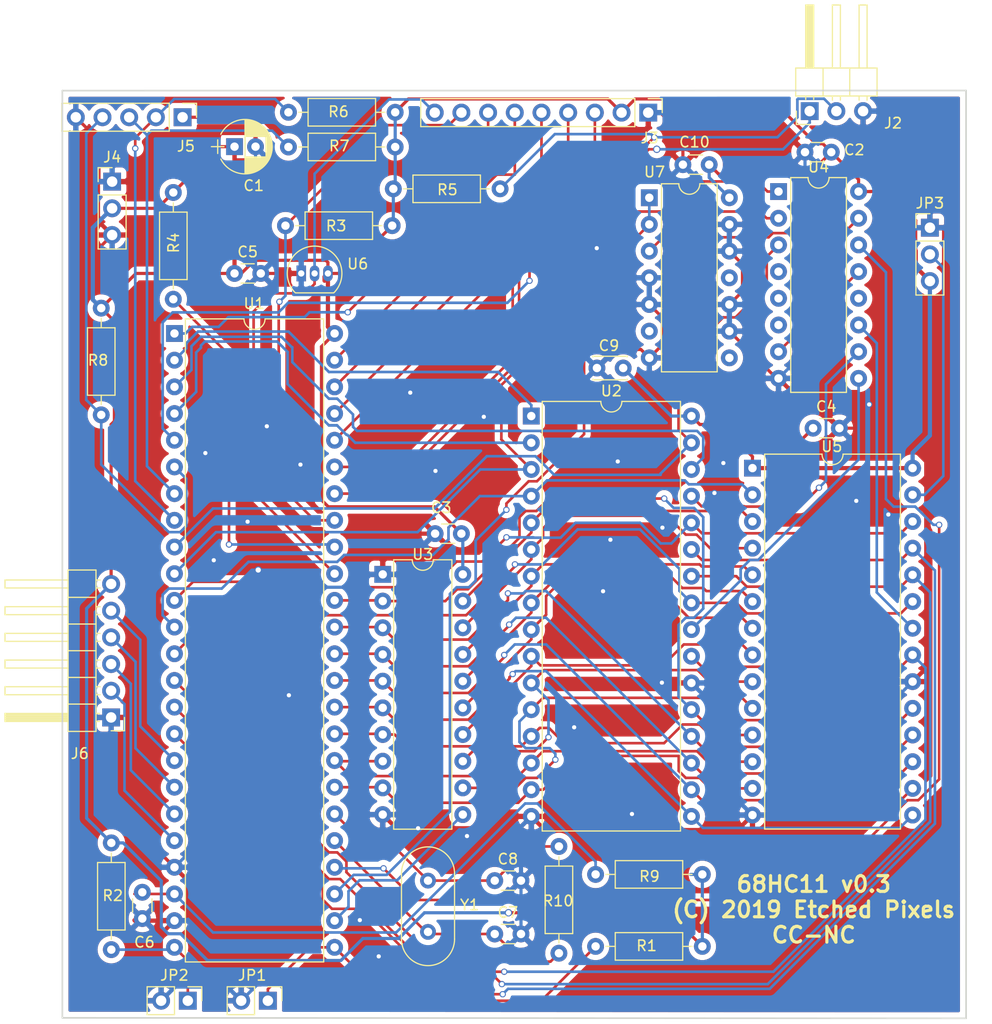
<source format=kicad_pcb>
(kicad_pcb (version 20171130) (host pcbnew 5.1.4-3.fc30)
  (layers (0 F.Cu signal) (31 B.Cu signal) (34 B.Paste user) (35 F.Paste user) (36 B.SilkS user) (37 F.SilkS user) (38 B.Mask user) (39 F.Mask user) (44 Edge.Cuts user))
  (net 0 "")
  (net 1 VCC)
  (net 2 GND)
  (net 3 VRH)
  (net 4 EXTAL)
  (net 5 XTAL)
  (net 6 RESET)
  (net 7 PA2)
  (net 8 PA1)
  (net 9 PA0)
  (net 10 RW)
  (net 11 IRQ)
  (net 12 SCLK)
  (net 13 MOSI)
  (net 14 MISO)
  (net 15 CS1)
  (net 16 CS)
  (net 17 TX)
  (net 18 RX)
  (net 19 MODA)
  (net 20 MODB)
  (net 21 XIRQ)
  (net 22 A18)
  (net 23 AS)
  (net 24 A17)
  (net 25 A16)
  (net 26 AD0)
  (net 27 AD1)
  (net 28 A15)
  (net 29 AD2)
  (net 30 A14)
  (net 31 AD3)
  (net 32 A13)
  (net 33 AD4)
  (net 34 A12)
  (net 35 AD5)
  (net 36 A11)
  (net 37 AD6)
  (net 38 A10)
  (net 39 AD7)
  (net 40 A9)
  (net 41 A8)
  (net 42 A7)
  (net 43 A6)
  (net 44 A5)
  (net 45 A4)
  (net 46 A3)
  (net 47 A2)
  (net 48 A1)
  (net 49 A0)
  (net 50 "Net-(JP3-Pad2)")
  (net 51 ROMEN)
  (net 52 RAMOE)
  (net 53 RAMWR)
  (net 54 ROMOE)
  (net 55 "Net-(U4-Pad13)")
  (net 56 "Net-(J6-Pad2)")
  (net 57 "Net-(J6-Pad3)")
  (net 58 "Net-(J6-Pad4)")
  (net 59 "Net-(J6-Pad5)")
  (net 60 E)
  (net 61 "Net-(U4-Pad15)")
  (module Resistors_THT:R_Axial_DIN0207_L6.3mm_D2.5mm_P10.16mm_Horizontal (layer F.Cu) (at 104.85 109.9 180)
    (fp_text reference R9 (at 5.03524 -0.19236 180) (layer F.SilkS))
    (fp_text value 1K)
    (pad 1 thru_hole circle (at 0 0 180) (size 1.6 1.6) (drill 0.8) (layers *.Cu *.Mask) (net 1 VCC))
    (pad 2 thru_hole oval (at 10.16 0 180) (size 1.6 1.6) (drill 0.8) (layers *.Cu *.Mask) (net 3 VRH))
  )
  (module Package_DIP:DIP-16_W7.62mm (layer F.Cu) (at 112.10036 44.91228)
    (fp_text reference U4 (at 3.81 -2.33) (layer F.SilkS))
    (fp_text value 74HCT139)
    (pad 1 thru_hole rect (at 0 0) (size 1.6 1.6) (drill 0.8) (layers *.Cu *.Mask) (net 51 ROMEN))
    (pad 9 thru_hole oval (at 7.62 17.78) (size 1.6 1.6) (drill 0.8) (layers *.Cu *.Mask) (net 52 RAMOE))
    (pad 2 thru_hole oval (at 0 2.54) (size 1.6 1.6) (drill 0.8) (layers *.Cu *.Mask) (net 30 A14))
    (pad 10 thru_hole oval (at 7.62 15.24) (size 1.6 1.6) (drill 0.8) (layers *.Cu *.Mask) (net 53 RAMWR))
    (pad 3 thru_hole oval (at 0 5.08) (size 1.6 1.6) (drill 0.8) (layers *.Cu *.Mask) (net 28 A15))
    (pad 11 thru_hole oval (at 7.62 12.7) (size 1.6 1.6) (drill 0.8) (layers *.Cu *.Mask) (net 54 ROMOE))
    (pad 4 thru_hole oval (at 0 7.62) (size 1.6 1.6) (drill 0.8) (layers *.Cu *.Mask))
    (pad 12 thru_hole oval (at 7.62 10.16) (size 1.6 1.6) (drill 0.8) (layers *.Cu *.Mask))
    (pad 5 thru_hole oval (at 0 10.16) (size 1.6 1.6) (drill 0.8) (layers *.Cu *.Mask))
    (pad 13 thru_hole oval (at 7.62 7.62) (size 1.6 1.6) (drill 0.8) (layers *.Cu *.Mask) (net 55 "Net-(U4-Pad13)"))
    (pad 6 thru_hole oval (at 0 12.7) (size 1.6 1.6) (drill 0.8) (layers *.Cu *.Mask))
    (pad 14 thru_hole oval (at 7.62 5.08) (size 1.6 1.6) (drill 0.8) (layers *.Cu *.Mask) (net 10 RW))
    (pad 7 thru_hole oval (at 0 15.24) (size 1.6 1.6) (drill 0.8) (layers *.Cu *.Mask) (net 55 "Net-(U4-Pad13)"))
    (pad 15 thru_hole oval (at 7.62 2.54) (size 1.6 1.6) (drill 0.8) (layers *.Cu *.Mask) (net 61 "Net-(U4-Pad15)"))
    (pad 8 thru_hole oval (at 0 17.78) (size 1.6 1.6) (drill 0.8) (layers *.Cu *.Mask) (net 2 GND))
    (pad 16 thru_hole oval (at 7.62 0) (size 1.6 1.6) (drill 0.8) (layers *.Cu *.Mask) (net 1 VCC))
  )
  (module Housings_DIP:DIP-20_W7.62mm (layer F.Cu) (at 74.43216 81.34604)
    (fp_text reference U3 (at 3.81 -1.905) (layer F.SilkS))
    (fp_text value 74HCT573)
    (pad 1 thru_hole rect (at 0 0) (size 1.6 1.6) (drill 0.8) (layers *.Cu *.Mask) (net 2 GND))
    (pad 11 thru_hole oval (at 7.62 22.86) (size 1.6 1.6) (drill 0.8) (layers *.Cu *.Mask) (net 23 AS))
    (pad 2 thru_hole oval (at 0 2.54) (size 1.6 1.6) (drill 0.8) (layers *.Cu *.Mask) (net 39 AD7))
    (pad 12 thru_hole oval (at 7.62 20.32) (size 1.6 1.6) (drill 0.8) (layers *.Cu *.Mask) (net 49 A0))
    (pad 3 thru_hole oval (at 0 5.08) (size 1.6 1.6) (drill 0.8) (layers *.Cu *.Mask) (net 37 AD6))
    (pad 13 thru_hole oval (at 7.62 17.78) (size 1.6 1.6) (drill 0.8) (layers *.Cu *.Mask) (net 48 A1))
    (pad 4 thru_hole oval (at 0 7.62) (size 1.6 1.6) (drill 0.8) (layers *.Cu *.Mask) (net 35 AD5))
    (pad 14 thru_hole oval (at 7.62 15.24) (size 1.6 1.6) (drill 0.8) (layers *.Cu *.Mask) (net 47 A2))
    (pad 5 thru_hole oval (at 0 10.16) (size 1.6 1.6) (drill 0.8) (layers *.Cu *.Mask) (net 33 AD4))
    (pad 15 thru_hole oval (at 7.62 12.7) (size 1.6 1.6) (drill 0.8) (layers *.Cu *.Mask) (net 46 A3))
    (pad 6 thru_hole oval (at 0 12.7) (size 1.6 1.6) (drill 0.8) (layers *.Cu *.Mask) (net 31 AD3))
    (pad 16 thru_hole oval (at 7.62 10.16) (size 1.6 1.6) (drill 0.8) (layers *.Cu *.Mask) (net 45 A4))
    (pad 7 thru_hole oval (at 0 15.24) (size 1.6 1.6) (drill 0.8) (layers *.Cu *.Mask) (net 29 AD2))
    (pad 17 thru_hole oval (at 7.62 7.62) (size 1.6 1.6) (drill 0.8) (layers *.Cu *.Mask) (net 44 A5))
    (pad 8 thru_hole oval (at 0 17.78) (size 1.6 1.6) (drill 0.8) (layers *.Cu *.Mask) (net 27 AD1))
    (pad 18 thru_hole oval (at 7.62 5.08) (size 1.6 1.6) (drill 0.8) (layers *.Cu *.Mask) (net 43 A6))
    (pad 9 thru_hole oval (at 0 20.32) (size 1.6 1.6) (drill 0.8) (layers *.Cu *.Mask) (net 26 AD0))
    (pad 19 thru_hole oval (at 7.62 2.54) (size 1.6 1.6) (drill 0.8) (layers *.Cu *.Mask) (net 42 A7))
    (pad 10 thru_hole oval (at 0 22.86) (size 1.6 1.6) (drill 0.8) (layers *.Cu *.Mask) (net 2 GND))
    (pad 20 thru_hole oval (at 7.62 0) (size 1.6 1.6) (drill 0.8) (layers *.Cu *.Mask) (net 1 VCC))
  )
  (module Housings_DIP:DIP-48_W15.24mm (layer F.Cu) (at 54.61 58.42)
    (fp_text reference U1 (at 7.57936 -2.8448) (layer F.SilkS))
    (fp_text value 68HC11A8)
    (pad 1 thru_hole rect (at 0 0) (size 1.6 1.6) (drill 0.8) (layers *.Cu *.Mask) (net 15 CS1))
    (pad 25 thru_hole oval (at 15.24 58.42) (size 1.6 1.6) (drill 0.8) (layers *.Cu *.Mask) (net 19 MODA))
    (pad 2 thru_hole oval (at 0 2.54) (size 1.6 1.6) (drill 0.8) (layers *.Cu *.Mask) (net 22 A18))
    (pad 26 thru_hole oval (at 15.24 55.88) (size 1.6 1.6) (drill 0.8) (layers *.Cu *.Mask) (net 23 AS))
    (pad 3 thru_hole oval (at 0 5.08) (size 1.6 1.6) (drill 0.8) (layers *.Cu *.Mask) (net 24 A17))
    (pad 27 thru_hole oval (at 15.24 53.34) (size 1.6 1.6) (drill 0.8) (layers *.Cu *.Mask) (net 60 E))
    (pad 4 thru_hole oval (at 0 7.62) (size 1.6 1.6) (drill 0.8) (layers *.Cu *.Mask) (net 25 A16))
    (pad 28 thru_hole oval (at 15.24 50.8) (size 1.6 1.6) (drill 0.8) (layers *.Cu *.Mask) (net 10 RW))
    (pad 5 thru_hole oval (at 0 10.16) (size 1.6 1.6) (drill 0.8) (layers *.Cu *.Mask) (net 51 ROMEN))
    (pad 29 thru_hole oval (at 15.24 48.26) (size 1.6 1.6) (drill 0.8) (layers *.Cu *.Mask) (net 4 EXTAL))
    (pad 6 thru_hole oval (at 0 12.7) (size 1.6 1.6) (drill 0.8) (layers *.Cu *.Mask) (net 7 PA2))
    (pad 30 thru_hole oval (at 15.24 45.72) (size 1.6 1.6) (drill 0.8) (layers *.Cu *.Mask) (net 5 XTAL))
    (pad 7 thru_hole oval (at 0 15.24) (size 1.6 1.6) (drill 0.8) (layers *.Cu *.Mask) (net 8 PA1))
    (pad 31 thru_hole oval (at 15.24 43.18) (size 1.6 1.6) (drill 0.8) (layers *.Cu *.Mask) (net 26 AD0))
    (pad 8 thru_hole oval (at 0 17.78) (size 1.6 1.6) (drill 0.8) (layers *.Cu *.Mask) (net 9 PA0))
    (pad 32 thru_hole oval (at 15.24 40.64) (size 1.6 1.6) (drill 0.8) (layers *.Cu *.Mask) (net 27 AD1))
    (pad 9 thru_hole oval (at 0 20.32) (size 1.6 1.6) (drill 0.8) (layers *.Cu *.Mask) (net 28 A15))
    (pad 33 thru_hole oval (at 15.24 38.1) (size 1.6 1.6) (drill 0.8) (layers *.Cu *.Mask) (net 29 AD2))
    (pad 10 thru_hole oval (at 0 22.86) (size 1.6 1.6) (drill 0.8) (layers *.Cu *.Mask) (net 30 A14))
    (pad 34 thru_hole oval (at 15.24 35.56) (size 1.6 1.6) (drill 0.8) (layers *.Cu *.Mask) (net 31 AD3))
    (pad 11 thru_hole oval (at 0 25.4) (size 1.6 1.6) (drill 0.8) (layers *.Cu *.Mask) (net 32 A13))
    (pad 35 thru_hole oval (at 15.24 33.02) (size 1.6 1.6) (drill 0.8) (layers *.Cu *.Mask) (net 33 AD4))
    (pad 12 thru_hole oval (at 0 27.94) (size 1.6 1.6) (drill 0.8) (layers *.Cu *.Mask) (net 34 A12))
    (pad 36 thru_hole oval (at 15.24 30.48) (size 1.6 1.6) (drill 0.8) (layers *.Cu *.Mask) (net 35 AD5))
    (pad 13 thru_hole oval (at 0 30.48) (size 1.6 1.6) (drill 0.8) (layers *.Cu *.Mask) (net 36 A11))
    (pad 37 thru_hole oval (at 15.24 27.94) (size 1.6 1.6) (drill 0.8) (layers *.Cu *.Mask) (net 37 AD6))
    (pad 14 thru_hole oval (at 0 33.02) (size 1.6 1.6) (drill 0.8) (layers *.Cu *.Mask) (net 38 A10))
    (pad 38 thru_hole oval (at 15.24 25.4) (size 1.6 1.6) (drill 0.8) (layers *.Cu *.Mask) (net 39 AD7))
    (pad 15 thru_hole oval (at 0 35.56) (size 1.6 1.6) (drill 0.8) (layers *.Cu *.Mask) (net 40 A9))
    (pad 39 thru_hole oval (at 15.24 22.86) (size 1.6 1.6) (drill 0.8) (layers *.Cu *.Mask) (net 6 RESET))
    (pad 16 thru_hole oval (at 0 38.1) (size 1.6 1.6) (drill 0.8) (layers *.Cu *.Mask) (net 41 A8))
    (pad 40 thru_hole oval (at 15.24 20.32) (size 1.6 1.6) (drill 0.8) (layers *.Cu *.Mask) (net 21 XIRQ))
    (pad 17 thru_hole oval (at 0 40.64) (size 1.6 1.6) (drill 0.8) (layers *.Cu *.Mask) (net 59 "Net-(J6-Pad5)"))
    (pad 41 thru_hole oval (at 15.24 17.78) (size 1.6 1.6) (drill 0.8) (layers *.Cu *.Mask) (net 11 IRQ))
    (pad 18 thru_hole oval (at 0 43.18) (size 1.6 1.6) (drill 0.8) (layers *.Cu *.Mask) (net 58 "Net-(J6-Pad4)"))
    (pad 42 thru_hole oval (at 15.24 15.24) (size 1.6 1.6) (drill 0.8) (layers *.Cu *.Mask) (net 18 RX))
    (pad 19 thru_hole oval (at 0 45.72) (size 1.6 1.6) (drill 0.8) (layers *.Cu *.Mask) (net 57 "Net-(J6-Pad3)"))
    (pad 43 thru_hole oval (at 15.24 12.7) (size 1.6 1.6) (drill 0.8) (layers *.Cu *.Mask) (net 17 TX))
    (pad 20 thru_hole oval (at 0 48.26) (size 1.6 1.6) (drill 0.8) (layers *.Cu *.Mask) (net 56 "Net-(J6-Pad2)"))
    (pad 44 thru_hole oval (at 15.24 10.16) (size 1.6 1.6) (drill 0.8) (layers *.Cu *.Mask) (net 14 MISO))
    (pad 21 thru_hole oval (at 0 50.8) (size 1.6 1.6) (drill 0.8) (layers *.Cu *.Mask) (net 2 GND))
    (pad 45 thru_hole oval (at 15.24 7.62) (size 1.6 1.6) (drill 0.8) (layers *.Cu *.Mask) (net 13 MOSI))
    (pad 22 thru_hole oval (at 0 53.34) (size 1.6 1.6) (drill 0.8) (layers *.Cu *.Mask) (net 3 VRH))
    (pad 46 thru_hole oval (at 15.24 5.08) (size 1.6 1.6) (drill 0.8) (layers *.Cu *.Mask) (net 12 SCLK))
    (pad 23 thru_hole oval (at 0 55.88) (size 1.6 1.6) (drill 0.8) (layers *.Cu *.Mask) (net 2 GND))
    (pad 47 thru_hole oval (at 15.24 2.54) (size 1.6 1.6) (drill 0.8) (layers *.Cu *.Mask) (net 16 CS))
    (pad 24 thru_hole oval (at 0 58.42) (size 1.6 1.6) (drill 0.8) (layers *.Cu *.Mask) (net 20 MODB))
    (pad 48 thru_hole oval (at 15.24 0) (size 1.6 1.6) (drill 0.8) (layers *.Cu *.Mask) (net 1 VCC))
  )
  (module Capacitor_THT:C_Disc_D3.0mm_W2.0mm_P2.50mm (layer F.Cu) (at 97.31756 61.70676 180)
    (fp_text reference C9 (at 1.35636 2.12852) (layer F.SilkS))
    (fp_text value 0.1uF)
    (pad 1 thru_hole circle (at 0 0 180) (size 1.6 1.6) (drill 0.8) (layers *.Cu *.Mask) (net 1 VCC))
    (pad 2 thru_hole circle (at 2.5 0 180) (size 1.6 1.6) (drill 0.8) (layers *.Cu *.Mask) (net 2 GND))
  )
  (module Resistors_THT:R_Axial_DIN0207_L6.3mm_D2.5mm_P10.16mm_Horizontal (layer F.Cu) (at 54.5 45 270)
    (fp_text reference R4 (at 4.8006 -0.03048 270) (layer F.SilkS))
    (fp_text value 10K)
    (pad 1 thru_hole circle (at 0 0 270) (size 1.6 1.6) (drill 0.8) (layers *.Cu *.Mask) (net 1 VCC))
    (pad 2 thru_hole oval (at 10.16 0 270) (size 1.6 1.6) (drill 0.8) (layers *.Cu *.Mask) (net 21 XIRQ))
  )
  (module Package_DIP:DIP-28_W15.24mm (layer F.Cu) (at 109.62132 71.23176)
    (fp_text reference U5 (at 7.54888 -2.04724) (layer F.SilkS))
    (fp_text value 27C256)
    (pad 1 thru_hole rect (at 0 0) (size 1.6 1.6) (drill 0.8) (layers *.Cu *.Mask) (net 1 VCC))
    (pad 15 thru_hole oval (at 15.24 33.02) (size 1.6 1.6) (drill 0.8) (layers *.Cu *.Mask) (net 31 AD3))
    (pad 2 thru_hole oval (at 0 2.54) (size 1.6 1.6) (drill 0.8) (layers *.Cu *.Mask) (net 34 A12))
    (pad 16 thru_hole oval (at 15.24 30.48) (size 1.6 1.6) (drill 0.8) (layers *.Cu *.Mask) (net 33 AD4))
    (pad 3 thru_hole oval (at 0 5.08) (size 1.6 1.6) (drill 0.8) (layers *.Cu *.Mask) (net 42 A7))
    (pad 17 thru_hole oval (at 15.24 27.94) (size 1.6 1.6) (drill 0.8) (layers *.Cu *.Mask) (net 35 AD5))
    (pad 4 thru_hole oval (at 0 7.62) (size 1.6 1.6) (drill 0.8) (layers *.Cu *.Mask) (net 43 A6))
    (pad 18 thru_hole oval (at 15.24 25.4) (size 1.6 1.6) (drill 0.8) (layers *.Cu *.Mask) (net 37 AD6))
    (pad 5 thru_hole oval (at 0 10.16) (size 1.6 1.6) (drill 0.8) (layers *.Cu *.Mask) (net 44 A5))
    (pad 19 thru_hole oval (at 15.24 22.86) (size 1.6 1.6) (drill 0.8) (layers *.Cu *.Mask) (net 39 AD7))
    (pad 6 thru_hole oval (at 0 12.7) (size 1.6 1.6) (drill 0.8) (layers *.Cu *.Mask) (net 45 A4))
    (pad 20 thru_hole oval (at 15.24 20.32) (size 1.6 1.6) (drill 0.8) (layers *.Cu *.Mask) (net 2 GND))
    (pad 7 thru_hole oval (at 0 15.24) (size 1.6 1.6) (drill 0.8) (layers *.Cu *.Mask) (net 46 A3))
    (pad 21 thru_hole oval (at 15.24 17.78) (size 1.6 1.6) (drill 0.8) (layers *.Cu *.Mask) (net 38 A10))
    (pad 8 thru_hole oval (at 0 17.78) (size 1.6 1.6) (drill 0.8) (layers *.Cu *.Mask) (net 47 A2))
    (pad 22 thru_hole oval (at 15.24 15.24) (size 1.6 1.6) (drill 0.8) (layers *.Cu *.Mask) (net 54 ROMOE))
    (pad 9 thru_hole oval (at 0 20.32) (size 1.6 1.6) (drill 0.8) (layers *.Cu *.Mask) (net 48 A1))
    (pad 23 thru_hole oval (at 15.24 12.7) (size 1.6 1.6) (drill 0.8) (layers *.Cu *.Mask) (net 36 A11))
    (pad 10 thru_hole oval (at 0 22.86) (size 1.6 1.6) (drill 0.8) (layers *.Cu *.Mask) (net 49 A0))
    (pad 24 thru_hole oval (at 15.24 10.16) (size 1.6 1.6) (drill 0.8) (layers *.Cu *.Mask) (net 40 A9))
    (pad 11 thru_hole oval (at 0 25.4) (size 1.6 1.6) (drill 0.8) (layers *.Cu *.Mask) (net 29 AD2))
    (pad 25 thru_hole oval (at 15.24 7.62) (size 1.6 1.6) (drill 0.8) (layers *.Cu *.Mask) (net 41 A8))
    (pad 12 thru_hole oval (at 0 27.94) (size 1.6 1.6) (drill 0.8) (layers *.Cu *.Mask) (net 27 AD1))
    (pad 26 thru_hole oval (at 15.24 5.08) (size 1.6 1.6) (drill 0.8) (layers *.Cu *.Mask) (net 32 A13))
    (pad 13 thru_hole oval (at 0 30.48) (size 1.6 1.6) (drill 0.8) (layers *.Cu *.Mask) (net 26 AD0))
    (pad 27 thru_hole oval (at 15.24 2.54) (size 1.6 1.6) (drill 0.8) (layers *.Cu *.Mask) (net 50 "Net-(JP3-Pad2)"))
    (pad 14 thru_hole oval (at 0 33.02) (size 1.6 1.6) (drill 0.8) (layers *.Cu *.Mask) (net 2 GND))
    (pad 28 thru_hole oval (at 15.24 0) (size 1.6 1.6) (drill 0.8) (layers *.Cu *.Mask) (net 1 VCC))
  )
  (module Capacitors_THT:CP_Radial_D5.0mm_P2.00mm (layer F.Cu) (at 60.325 40.64)
    (fp_text reference C1 (at 1.825 3.71) (layer F.SilkS))
    (fp_text value 10uF)
    (pad 1 thru_hole rect (at 0 0) (size 1.6 1.6) (drill 0.8) (layers *.Cu *.Mask) (net 1 VCC))
    (pad 2 thru_hole circle (at 2 0) (size 1.6 1.6) (drill 0.8) (layers *.Cu *.Mask) (net 2 GND))
  )
  (module Resistors_THT:R_Axial_DIN0207_L6.3mm_D2.5mm_P10.16mm_Horizontal (layer F.Cu) (at 104.85 116.75 180)
    (fp_text reference R1 (at 5.305 0.06) (layer F.SilkS))
    (fp_text value 10K)
    (pad 1 thru_hole circle (at 0 0 180) (size 1.6 1.6) (drill 0.8) (layers *.Cu *.Mask) (net 1 VCC))
    (pad 2 thru_hole oval (at 10.16 0 180) (size 1.6 1.6) (drill 0.8) (layers *.Cu *.Mask) (net 19 MODA))
  )
  (module Resistors_THT:R_Axial_DIN0207_L6.3mm_D2.5mm_P10.16mm_Horizontal (layer F.Cu) (at 48.6 106.9 270)
    (fp_text reference R2 (at 5.02 -0.135) (layer F.SilkS))
    (fp_text value 10K)
    (pad 1 thru_hole circle (at 0 0 270) (size 1.6 1.6) (drill 0.8) (layers *.Cu *.Mask) (net 1 VCC))
    (pad 2 thru_hole oval (at 10.16 0 270) (size 1.6 1.6) (drill 0.8) (layers *.Cu *.Mask) (net 20 MODB))
  )
  (module Resistors_THT:R_Axial_DIN0207_L6.3mm_D2.5mm_P10.16mm_Horizontal (layer F.Cu) (at 75.33204 48.15812 180)
    (fp_text reference R3 (at 5.334 -0.0254 180) (layer F.SilkS))
    (fp_text value 10K)
    (pad 1 thru_hole circle (at 0 0 180) (size 1.6 1.6) (drill 0.8) (layers *.Cu *.Mask) (net 1 VCC))
    (pad 2 thru_hole oval (at 10.16 0 180) (size 1.6 1.6) (drill 0.8) (layers *.Cu *.Mask) (net 11 IRQ))
  )
  (module Resistors_THT:R_Axial_DIN0207_L6.3mm_D2.5mm_P10.16mm_Horizontal (layer F.Cu) (at 75.43872 44.65292)
    (fp_text reference R5 (at 5.14604 0.09144 180) (layer F.SilkS))
    (fp_text value 10K)
    (pad 1 thru_hole circle (at 0 0) (size 1.6 1.6) (drill 0.8) (layers *.Cu *.Mask) (net 1 VCC))
    (pad 2 thru_hole oval (at 10.16 0) (size 1.6 1.6) (drill 0.8) (layers *.Cu *.Mask) (net 17 TX))
  )
  (module Resistors_THT:R_Axial_DIN0207_L6.3mm_D2.5mm_P10.16mm_Horizontal (layer F.Cu) (at 75.61652 37.3682 180)
    (fp_text reference R6 (at 5.39496 0.0508 180) (layer F.SilkS))
    (fp_text value 10K)
    (pad 1 thru_hole circle (at 0 0 180) (size 1.6 1.6) (drill 0.8) (layers *.Cu *.Mask) (net 1 VCC))
    (pad 2 thru_hole oval (at 10.16 0 180) (size 1.6 1.6) (drill 0.8) (layers *.Cu *.Mask) (net 9 PA0))
  )
  (module Resistors_THT:R_Axial_DIN0207_L6.3mm_D2.5mm_P10.16mm_Horizontal (layer F.Cu) (at 75.61652 40.6702 180)
    (fp_text reference R7 (at 5.32384 0.1016 180) (layer F.SilkS))
    (fp_text value 10K)
    (pad 1 thru_hole circle (at 0 0 180) (size 1.6 1.6) (drill 0.8) (layers *.Cu *.Mask) (net 1 VCC))
    (pad 2 thru_hole oval (at 10.16 0 180) (size 1.6 1.6) (drill 0.8) (layers *.Cu *.Mask) (net 8 PA1))
  )
  (module Resistors_THT:R_Axial_DIN0207_L6.3mm_D2.5mm_P10.16mm_Horizontal (layer F.Cu) (at 47.64024 56.007 270)
    (fp_text reference R8 (at 4.96316 0.3048) (layer F.SilkS))
    (fp_text value 10K)
    (pad 1 thru_hole circle (at 0 0 270) (size 1.6 1.6) (drill 0.8) (layers *.Cu *.Mask) (net 1 VCC))
    (pad 2 thru_hole oval (at 10.16 0 270) (size 1.6 1.6) (drill 0.8) (layers *.Cu *.Mask) (net 7 PA2))
  )
  (module Resistors_THT:R_Axial_DIN0207_L6.3mm_D2.5mm_P10.16mm_Horizontal (layer F.Cu) (at 91.2 117.4 90)
    (fp_text reference R10 (at 4.975 -0.08 180) (layer F.SilkS))
    (fp_text value 10M)
    (pad 1 thru_hole circle (at 0 0 90) (size 1.6 1.6) (drill 0.8) (layers *.Cu *.Mask) (net 4 EXTAL))
    (pad 2 thru_hole oval (at 10.16 0 90) (size 1.6 1.6) (drill 0.8) (layers *.Cu *.Mask) (net 5 XTAL))
  )
  (module Housings_DIP:DIP-32_W15.24mm (layer F.Cu) (at 88.5698 66.27876)
    (fp_text reference U2 (at 7.62 -2.39) (layer F.SilkS))
    (fp_text value AS6C4008)
    (pad 1 thru_hole rect (at 0 0) (size 1.6 1.6) (drill 0.8) (layers *.Cu *.Mask) (net 22 A18))
    (pad 17 thru_hole oval (at 15.24 38.1) (size 1.6 1.6) (drill 0.8) (layers *.Cu *.Mask) (net 31 AD3))
    (pad 2 thru_hole oval (at 0 2.54) (size 1.6 1.6) (drill 0.8) (layers *.Cu *.Mask) (net 25 A16))
    (pad 18 thru_hole oval (at 15.24 35.56) (size 1.6 1.6) (drill 0.8) (layers *.Cu *.Mask) (net 33 AD4))
    (pad 3 thru_hole oval (at 0 5.08) (size 1.6 1.6) (drill 0.8) (layers *.Cu *.Mask) (net 30 A14))
    (pad 19 thru_hole oval (at 15.24 33.02) (size 1.6 1.6) (drill 0.8) (layers *.Cu *.Mask) (net 35 AD5))
    (pad 4 thru_hole oval (at 0 7.62) (size 1.6 1.6) (drill 0.8) (layers *.Cu *.Mask) (net 34 A12))
    (pad 20 thru_hole oval (at 15.24 30.48) (size 1.6 1.6) (drill 0.8) (layers *.Cu *.Mask) (net 37 AD6))
    (pad 5 thru_hole oval (at 0 10.16) (size 1.6 1.6) (drill 0.8) (layers *.Cu *.Mask) (net 42 A7))
    (pad 21 thru_hole oval (at 15.24 27.94) (size 1.6 1.6) (drill 0.8) (layers *.Cu *.Mask) (net 39 AD7))
    (pad 6 thru_hole oval (at 0 12.7) (size 1.6 1.6) (drill 0.8) (layers *.Cu *.Mask) (net 43 A6))
    (pad 22 thru_hole oval (at 15.24 25.4) (size 1.6 1.6) (drill 0.8) (layers *.Cu *.Mask) (net 2 GND))
    (pad 7 thru_hole oval (at 0 15.24) (size 1.6 1.6) (drill 0.8) (layers *.Cu *.Mask) (net 44 A5))
    (pad 23 thru_hole oval (at 15.24 22.86) (size 1.6 1.6) (drill 0.8) (layers *.Cu *.Mask) (net 38 A10))
    (pad 8 thru_hole oval (at 0 17.78) (size 1.6 1.6) (drill 0.8) (layers *.Cu *.Mask) (net 45 A4))
    (pad 24 thru_hole oval (at 15.24 20.32) (size 1.6 1.6) (drill 0.8) (layers *.Cu *.Mask) (net 52 RAMOE))
    (pad 9 thru_hole oval (at 0 20.32) (size 1.6 1.6) (drill 0.8) (layers *.Cu *.Mask) (net 46 A3))
    (pad 25 thru_hole oval (at 15.24 17.78) (size 1.6 1.6) (drill 0.8) (layers *.Cu *.Mask) (net 36 A11))
    (pad 10 thru_hole oval (at 0 22.86) (size 1.6 1.6) (drill 0.8) (layers *.Cu *.Mask) (net 47 A2))
    (pad 26 thru_hole oval (at 15.24 15.24) (size 1.6 1.6) (drill 0.8) (layers *.Cu *.Mask) (net 40 A9))
    (pad 11 thru_hole oval (at 0 25.4) (size 1.6 1.6) (drill 0.8) (layers *.Cu *.Mask) (net 48 A1))
    (pad 27 thru_hole oval (at 15.24 12.7) (size 1.6 1.6) (drill 0.8) (layers *.Cu *.Mask) (net 41 A8))
    (pad 12 thru_hole oval (at 0 27.94) (size 1.6 1.6) (drill 0.8) (layers *.Cu *.Mask) (net 49 A0))
    (pad 28 thru_hole oval (at 15.24 10.16) (size 1.6 1.6) (drill 0.8) (layers *.Cu *.Mask) (net 32 A13))
    (pad 13 thru_hole oval (at 0 30.48) (size 1.6 1.6) (drill 0.8) (layers *.Cu *.Mask) (net 29 AD2))
    (pad 29 thru_hole oval (at 15.24 7.62) (size 1.6 1.6) (drill 0.8) (layers *.Cu *.Mask) (net 53 RAMWR))
    (pad 14 thru_hole oval (at 0 33.02) (size 1.6 1.6) (drill 0.8) (layers *.Cu *.Mask) (net 27 AD1))
    (pad 30 thru_hole oval (at 15.24 5.08) (size 1.6 1.6) (drill 0.8) (layers *.Cu *.Mask) (net 24 A17))
    (pad 15 thru_hole oval (at 0 35.56) (size 1.6 1.6) (drill 0.8) (layers *.Cu *.Mask) (net 26 AD0))
    (pad 31 thru_hole oval (at 15.24 2.54) (size 1.6 1.6) (drill 0.8) (layers *.Cu *.Mask) (net 28 A15))
    (pad 16 thru_hole oval (at 0 38.1) (size 1.6 1.6) (drill 0.8) (layers *.Cu *.Mask) (net 2 GND))
    (pad 32 thru_hole oval (at 15.24 0) (size 1.6 1.6) (drill 0.8) (layers *.Cu *.Mask) (net 1 VCC))
  )
  (module TO_SOT_Packages_THT:TO-92_Inline_Narrow_Oval (layer F.Cu) (at 66.675 52.705)
    (fp_text reference U6 (at 5.375 -0.905) (layer F.SilkS))
    (fp_text value DS1233)
    (pad 2 thru_hole oval (at 1.27 0 180) (size 0.9 1.5) (drill 0.6) (layers *.Cu *.Mask) (net 6 RESET))
    (pad 3 thru_hole oval (at 2.54 0 180) (size 0.9 1.5) (drill 0.6) (layers *.Cu *.Mask) (net 1 VCC))
    (pad 1 thru_hole rect (at 0 0 180) (size 0.9 1.5) (drill 0.6) (layers *.Cu *.Mask) (net 2 GND))
  )
  (module Crystals:Crystal_HC49-U_Vertical (layer F.Cu) (at 78.74 110.49 270)
    (fp_text reference Y1 (at 2.31 -3.96) (layer F.SilkS))
    (fp_text value 8MHz)
    (pad 1 thru_hole circle (at 0 0 270) (size 1.5 1.5) (drill 0.8) (layers *.Cu *.Mask) (net 5 XTAL))
    (pad 2 thru_hole circle (at 4.88 0 270) (size 1.5 1.5) (drill 0.8) (layers *.Cu *.Mask) (net 4 EXTAL))
  )
  (module Connector_PinHeader_2.54mm:PinHeader_1x03_P2.54mm_Horizontal (layer F.Cu) (at 115.06708 37.25672 90)
    (fp_text reference J2 (at -1.14328 7.93292 180) (layer F.SilkS))
    (fp_text value Conn_01x03)
    (pad 1 thru_hole rect (at 0 0 90) (size 1.7 1.7) (drill 1) (layers *.Cu *.Mask) (net 18 RX))
    (pad 2 thru_hole oval (at 0 2.54 90) (size 1.7 1.7) (drill 1) (layers *.Cu *.Mask) (net 17 TX))
    (pad 3 thru_hole oval (at 0 5.08 90) (size 1.7 1.7) (drill 1) (layers *.Cu *.Mask) (net 2 GND))
  )
  (module Connector_PinHeader_2.54mm:PinHeader_1x09_P2.54mm_Vertical (layer F.Cu) (at 99.7 37.4 270)
    (fp_text reference J3 (at 2.41148 -0.13512 180) (layer F.SilkS))
    (fp_text value Conn_01x09)
    (pad 1 thru_hole rect (at 0 0 270) (size 1.7 1.7) (drill 1) (layers *.Cu *.Mask) (net 2 GND))
    (pad 2 thru_hole oval (at 0 2.54 270) (size 1.7 1.7) (drill 1) (layers *.Cu *.Mask) (net 1 VCC))
    (pad 3 thru_hole oval (at 0 5.08 270) (size 1.7 1.7) (drill 1) (layers *.Cu *.Mask) (net 14 MISO))
    (pad 4 thru_hole oval (at 0 7.62 270) (size 1.7 1.7) (drill 1) (layers *.Cu *.Mask) (net 13 MOSI))
    (pad 5 thru_hole oval (at 0 10.16 270) (size 1.7 1.7) (drill 1) (layers *.Cu *.Mask) (net 12 SCLK))
    (pad 6 thru_hole oval (at 0 12.7 270) (size 1.7 1.7) (drill 1) (layers *.Cu *.Mask) (net 16 CS))
    (pad 7 thru_hole oval (at 0 15.24 270) (size 1.7 1.7) (drill 1) (layers *.Cu *.Mask) (net 15 CS1))
    (pad 8 thru_hole oval (at 0 17.78 270) (size 1.7 1.7) (drill 1) (layers *.Cu *.Mask) (net 11 IRQ))
    (pad 9 thru_hole oval (at 0 20.32 270) (size 1.7 1.7) (drill 1) (layers *.Cu *.Mask) (net 6 RESET))
  )
  (module Connector_PinHeader_2.54mm:PinHeader_1x03_P2.54mm_Vertical (layer F.Cu) (at 48.67656 43.9674)
    (fp_text reference J4 (at 0 -2.33) (layer F.SilkS))
    (fp_text value Conn_01x03)
    (pad 3 thru_hole oval (at 0 5.08) (size 1.7 1.7) (drill 1) (layers *.Cu *.Mask) (net 2 GND))
    (pad 2 thru_hole oval (at 0 2.54) (size 1.7 1.7) (drill 1) (layers *.Cu *.Mask) (net 1 VCC))
    (pad 1 thru_hole rect (at 0 0) (size 1.7 1.7) (drill 1) (layers *.Cu *.Mask) (net 2 GND))
  )
  (module Connector_PinHeader_2.54mm:PinHeader_1x02_P2.54mm_Vertical (layer F.Cu) (at 63.5 121.92 270)
    (fp_text reference JP1 (at -2.42 1.5 180) (layer F.SilkS))
    (fp_text value MODA)
    (pad 2 thru_hole oval (at 0 2.54 270) (size 1.7 1.7) (drill 1) (layers *.Cu *.Mask) (net 2 GND))
    (pad 1 thru_hole rect (at 0 0 270) (size 1.7 1.7) (drill 1) (layers *.Cu *.Mask) (net 19 MODA))
  )
  (module Connector_PinHeader_2.54mm:PinHeader_1x02_P2.54mm_Vertical (layer F.Cu) (at 55.88 121.92 270)
    (fp_text reference JP2 (at -2.42 1.28 180) (layer F.SilkS))
    (fp_text value MODB)
    (pad 1 thru_hole rect (at 0 0 270) (size 1.7 1.7) (drill 1) (layers *.Cu *.Mask) (net 20 MODB))
    (pad 2 thru_hole oval (at 0 2.54 270) (size 1.7 1.7) (drill 1) (layers *.Cu *.Mask) (net 2 GND))
  )
  (module Connector_PinHeader_2.54mm:PinHeader_1x03_P2.54mm_Vertical (layer F.Cu) (at 126.50724 48.35144)
    (fp_text reference JP3 (at 0 -2.33) (layer F.SilkS))
    (fp_text value Jumper_3_Open)
    (pad 1 thru_hole rect (at 0 0) (size 1.7 1.7) (drill 1) (layers *.Cu *.Mask) (net 2 GND))
    (pad 2 thru_hole oval (at 0 2.54) (size 1.7 1.7) (drill 1) (layers *.Cu *.Mask) (net 50 "Net-(JP3-Pad2)"))
    (pad 3 thru_hole oval (at 0 5.08) (size 1.7 1.7) (drill 1) (layers *.Cu *.Mask) (net 1 VCC))
  )
  (module Connector_PinHeader_2.54mm:PinHeader_1x05_P2.54mm_Vertical (layer F.Cu) (at 55.38216 37.84092 270)
    (fp_text reference J5 (at 2.75908 -0.31784 180) (layer F.SilkS))
    (fp_text value Conn_01x05)
    (pad 1 thru_hole rect (at 0 0 270) (size 1.7 1.7) (drill 1) (layers *.Cu *.Mask) (net 1 VCC))
    (pad 2 thru_hole oval (at 0 2.54 270) (size 1.7 1.7) (drill 1) (layers *.Cu *.Mask) (net 9 PA0))
    (pad 3 thru_hole oval (at 0 5.08 270) (size 1.7 1.7) (drill 1) (layers *.Cu *.Mask) (net 8 PA1))
    (pad 4 thru_hole oval (at 0 7.62 270) (size 1.7 1.7) (drill 1) (layers *.Cu *.Mask) (net 7 PA2))
    (pad 5 thru_hole oval (at 0 10.16 270) (size 1.7 1.7) (drill 1) (layers *.Cu *.Mask) (net 2 GND))
  )
  (module Connector_PinHeader_2.54mm:PinHeader_1x06_P2.54mm_Horizontal (layer F.Cu) (at 48.58004 94.96044 180)
    (fp_text reference J6 (at 2.98004 -3.43956) (layer F.SilkS))
    (fp_text value Conn_01x06)
    (pad 1 thru_hole rect (at 0 0 180) (size 1.7 1.7) (drill 1) (layers *.Cu *.Mask) (net 2 GND))
    (pad 2 thru_hole oval (at 0 2.54 180) (size 1.7 1.7) (drill 1) (layers *.Cu *.Mask) (net 56 "Net-(J6-Pad2)"))
    (pad 3 thru_hole oval (at 0 5.08 180) (size 1.7 1.7) (drill 1) (layers *.Cu *.Mask) (net 57 "Net-(J6-Pad3)"))
    (pad 4 thru_hole oval (at 0 7.62 180) (size 1.7 1.7) (drill 1) (layers *.Cu *.Mask) (net 58 "Net-(J6-Pad4)"))
    (pad 5 thru_hole oval (at 0 10.16 180) (size 1.7 1.7) (drill 1) (layers *.Cu *.Mask) (net 59 "Net-(J6-Pad5)"))
    (pad 6 thru_hole oval (at 0 12.7 180) (size 1.7 1.7) (drill 1) (layers *.Cu *.Mask) (net 1 VCC))
  )
  (module Capacitor_THT:C_Disc_D3.0mm_W1.6mm_P2.50mm (layer F.Cu) (at 117.1194 41.16324 180)
    (fp_text reference C2 (at -2.18948 0.21844) (layer F.SilkS))
    (fp_text value 0.1uF)
    (pad 2 thru_hole circle (at 2.5 0 180) (size 1.6 1.6) (drill 0.8) (layers *.Cu *.Mask) (net 2 GND))
    (pad 1 thru_hole circle (at 0 0 180) (size 1.6 1.6) (drill 0.8) (layers *.Cu *.Mask) (net 1 VCC))
  )
  (module Capacitor_THT:C_Disc_D3.0mm_W1.6mm_P2.50mm (layer F.Cu) (at 81.915 77.47 180)
    (fp_text reference C3 (at 1.915 2.47) (layer F.SilkS))
    (fp_text value 0.1uF)
    (pad 1 thru_hole circle (at 0 0 180) (size 1.6 1.6) (drill 0.8) (layers *.Cu *.Mask) (net 1 VCC))
    (pad 2 thru_hole circle (at 2.5 0 180) (size 1.6 1.6) (drill 0.8) (layers *.Cu *.Mask) (net 2 GND))
  )
  (module Capacitor_THT:C_Disc_D3.0mm_W1.6mm_P2.50mm (layer F.Cu) (at 115.3922 67.43192)
    (fp_text reference C4 (at 1.25 -2.05) (layer F.SilkS))
    (fp_text value 0.1uF)
    (pad 2 thru_hole circle (at 2.5 0) (size 1.6 1.6) (drill 0.8) (layers *.Cu *.Mask) (net 2 GND))
    (pad 1 thru_hole circle (at 0 0) (size 1.6 1.6) (drill 0.8) (layers *.Cu *.Mask) (net 1 VCC))
  )
  (module Capacitor_THT:C_Disc_D3.0mm_W1.6mm_P2.50mm (layer F.Cu) (at 60.325 52.705)
    (fp_text reference C5 (at 1.25 -2.05) (layer F.SilkS))
    (fp_text value 0.1uF)
    (pad 1 thru_hole circle (at 0 0) (size 1.6 1.6) (drill 0.8) (layers *.Cu *.Mask) (net 1 VCC))
    (pad 2 thru_hole circle (at 2.5 0) (size 1.6 1.6) (drill 0.8) (layers *.Cu *.Mask) (net 2 GND))
  )
  (module Capacitor_THT:C_Disc_D3.0mm_W1.6mm_P2.50mm (layer F.Cu) (at 51.55 111.6 270)
    (fp_text reference C6 (at 4.75 -0.2 180) (layer F.SilkS))
    (fp_text value 0.1uF)
    (pad 1 thru_hole circle (at 0 0 270) (size 1.6 1.6) (drill 0.8) (layers *.Cu *.Mask) (net 3 VRH))
    (pad 2 thru_hole circle (at 2.5 0 270) (size 1.6 1.6) (drill 0.8) (layers *.Cu *.Mask) (net 2 GND))
  )
  (module Capacitor_THT:C_Disc_D3.0mm_W1.6mm_P2.50mm (layer F.Cu) (at 85.09 115.57)
    (fp_text reference C7 (at 1.25 -2.05) (layer F.SilkS))
    (fp_text value 22pF)
    (pad 1 thru_hole circle (at 0 0) (size 1.6 1.6) (drill 0.8) (layers *.Cu *.Mask) (net 4 EXTAL))
    (pad 2 thru_hole circle (at 2.5 0) (size 1.6 1.6) (drill 0.8) (layers *.Cu *.Mask) (net 2 GND))
  )
  (module Capacitor_THT:C_Disc_D3.0mm_W1.6mm_P2.50mm (layer F.Cu) (at 85.09 110.49)
    (fp_text reference C8 (at 1.25 -2.05) (layer F.SilkS))
    (fp_text value 22pF)
    (pad 2 thru_hole circle (at 2.5 0) (size 1.6 1.6) (drill 0.8) (layers *.Cu *.Mask) (net 2 GND))
    (pad 1 thru_hole circle (at 0 0) (size 1.6 1.6) (drill 0.8) (layers *.Cu *.Mask) (net 5 XTAL))
  )
  (module Capacitor_THT:C_Disc_D3.0mm_W1.6mm_P2.50mm (layer F.Cu) (at 105.5 42.35 180)
    (fp_text reference C10 (at 1.4 2.15) (layer F.SilkS))
    (fp_text value 0.1uF)
    (pad 1 thru_hole circle (at 0 0 180) (size 1.6 1.6) (drill 0.8) (layers *.Cu *.Mask) (net 1 VCC))
    (pad 2 thru_hole circle (at 2.5 0 180) (size 1.6 1.6) (drill 0.8) (layers *.Cu *.Mask) (net 2 GND))
  )
  (module Package_DIP:DIP-14_W7.62mm (layer F.Cu) (at 99.8 45.5)
    (fp_text reference U7 (at 0.5 -2.45) (layer F.SilkS))
    (fp_text value 74HCT00)
    (pad 1 thru_hole rect (at 0 0) (size 1.6 1.6) (drill 0.8) (layers *.Cu *.Mask) (net 60 E))
    (pad 8 thru_hole oval (at 7.62 15.24) (size 1.6 1.6) (drill 0.8) (layers *.Cu *.Mask))
    (pad 2 thru_hole oval (at 0 2.54) (size 1.6 1.6) (drill 0.8) (layers *.Cu *.Mask) (net 60 E))
    (pad 9 thru_hole oval (at 7.62 12.7) (size 1.6 1.6) (drill 0.8) (layers *.Cu *.Mask) (net 2 GND))
    (pad 3 thru_hole oval (at 0 5.08) (size 1.6 1.6) (drill 0.8) (layers *.Cu *.Mask) (net 61 "Net-(U4-Pad15)"))
    (pad 10 thru_hole oval (at 7.62 10.16) (size 1.6 1.6) (drill 0.8) (layers *.Cu *.Mask) (net 2 GND))
    (pad 4 thru_hole oval (at 0 7.62) (size 1.6 1.6) (drill 0.8) (layers *.Cu *.Mask) (net 2 GND))
    (pad 11 thru_hole oval (at 7.62 7.62) (size 1.6 1.6) (drill 0.8) (layers *.Cu *.Mask))
    (pad 5 thru_hole oval (at 0 10.16) (size 1.6 1.6) (drill 0.8) (layers *.Cu *.Mask) (net 2 GND))
    (pad 12 thru_hole oval (at 7.62 5.08) (size 1.6 1.6) (drill 0.8) (layers *.Cu *.Mask) (net 2 GND))
    (pad 6 thru_hole oval (at 0 12.7) (size 1.6 1.6) (drill 0.8) (layers *.Cu *.Mask))
    (pad 13 thru_hole oval (at 7.62 2.54) (size 1.6 1.6) (drill 0.8) (layers *.Cu *.Mask) (net 2 GND))
    (pad 7 thru_hole oval (at 0 15.24) (size 1.6 1.6) (drill 0.8) (layers *.Cu *.Mask) (net 2 GND))
    (pad 14 thru_hole oval (at 7.62 0) (size 1.6 1.6) (drill 0.8) (layers *.Cu *.Mask) (net 1 VCC))
  )
  (gr_line (start 129.95 123.6) (end 129.9464 35.29584) (layer Edge.Cuts) (width 0.15))
  (gr_line (start 129.9464 35.29584) (end 43.942 35.306) (layer Edge.Cuts) (width 0.15))
  (gr_line (start 43.942 123.55) (end 129.95 123.6) (layer Edge.Cuts) (width 0.15))
  (gr_line (start 43.942 35.306) (end 43.942 123.55) (layer Edge.Cuts) (width 0.15))
  (gr_text "68HC11 v0.3\n(C) 2019 Etched Pixels\nCC-NC" (at 115.45 113.25) (layer F.SilkS) (effects (font (size 1.5 1.5) (thickness 0.3))))
  (segment (start 81.915 81.20888) (end 82.05216 81.34604) (width 0.4) (layer F.Cu) (net 1))
  (segment (start 60.325 52.705) (end 60.325 40.64) (width 0.4) (layer F.Cu) (net 1))
  (segment (start 68.89501 53.02499) (end 69.215 52.705) (width 0.4) (layer F.Cu) (net 1))
  (segment (start 68.89501 53.398507) (end 68.89501 53.02499) (width 0.4) (layer F.Cu) (net 1))
  (segment (start 69.215 57.785) (end 69.85 58.42) (width 0.4) (layer F.Cu) (net 1))
  (segment (start 69.215 52.705) (end 69.215 57.785) (width 0.4) (layer F.Cu) (net 1))
  (segment (start 60.325 41.84) (end 60.325 40.64) (width 0.4) (layer F.Cu) (net 1))
  (segment (start 46.840241 48.343719) (end 48.67656 46.5074) (width 0.4) (layer B.Cu) (net 1))
  (segment (start 46.840241 55.207001) (end 46.840241 48.343719) (width 0.4) (layer B.Cu) (net 1))
  (segment (start 47.64024 56.007) (end 46.840241 55.207001) (width 0.4) (layer B.Cu) (net 1))
  (segment (start 109.62132 71.23176) (end 124.86132 71.23176) (width 0.4) (layer F.Cu) (net 1))
  (segment (start 124.86132 71.23176) (end 124.86132 69.7738) (width 0.4) (layer B.Cu) (net 1))
  (segment (start 126.50724 68.12788) (end 126.50724 53.43144) (width 0.4) (layer B.Cu) (net 1))
  (segment (start 124.86132 69.7738) (end 126.50724 68.12788) (width 0.4) (layer B.Cu) (net 1))
  (segment (start 125.157239 52.081439) (end 126.50724 53.43144) (width 0.4) (layer F.Cu) (net 1))
  (segment (start 75.61652 44.47512) (end 75.43872 44.65292) (width 0.3) (layer F.Cu) (net 1))
  (segment (start 75.43872 48.05144) (end 75.33204 48.15812) (width 0.3) (layer F.Cu) (net 1))
  (segment (start 79.355001 74.910001) (end 81.915 77.47) (width 0.3) (layer F.Cu) (net 1))
  (segment (start 69.249999 74.910001) (end 79.355001 74.910001) (width 0.3) (layer F.Cu) (net 1))
  (segment (start 68.599999 74.260001) (end 69.249999 74.910001) (width 0.3) (layer F.Cu) (net 1))
  (segment (start 68.599999 59.670001) (end 68.599999 74.260001) (width 0.3) (layer F.Cu) (net 1))
  (segment (start 69.85 58.42) (end 68.599999 59.670001) (width 0.3) (layer F.Cu) (net 1))
  (segment (start 50.94224 52.705) (end 47.64024 56.007) (width 0.3) (layer F.Cu) (net 1))
  (segment (start 60.325 52.705) (end 50.94224 52.705) (width 0.3) (layer F.Cu) (net 1))
  (segment (start 69.215 51.655) (end 69.215 52.705) (width 0.3) (layer F.Cu) (net 1))
  (segment (start 69.014999 51.454999) (end 69.215 51.655) (width 0.3) (layer F.Cu) (net 1))
  (segment (start 62.224999 51.454999) (end 69.014999 51.454999) (width 0.3) (layer F.Cu) (net 1))
  (segment (start 60.974998 52.705) (end 62.224999 51.454999) (width 0.3) (layer F.Cu) (net 1))
  (segment (start 60.325 52.705) (end 60.974998 52.705) (width 0.3) (layer F.Cu) (net 1))
  (segment (start 60.475001 41.890001) (end 60.325 41.74) (width 0.3) (layer F.Cu) (net 1))
  (segment (start 63.575001 39.839379) (end 63.575001 41.309251) (width 0.3) (layer F.Cu) (net 1))
  (segment (start 62.994251 41.890001) (end 60.475001 41.890001) (width 0.3) (layer F.Cu) (net 1))
  (segment (start 63.575001 41.309251) (end 62.994251 41.890001) (width 0.3) (layer F.Cu) (net 1))
  (segment (start 61.576542 37.84092) (end 63.575001 39.839379) (width 0.3) (layer F.Cu) (net 1))
  (segment (start 60.325 41.74) (end 60.325 40.64) (width 0.3) (layer F.Cu) (net 1))
  (segment (start 55.38216 37.84092) (end 61.576542 37.84092) (width 0.3) (layer F.Cu) (net 1))
  (segment (start 48.890241 57.257001) (end 47.64024 56.007) (width 0.3) (layer F.Cu) (net 1))
  (segment (start 48.890241 66.767001) (end 48.890241 57.257001) (width 0.3) (layer F.Cu) (net 1))
  (segment (start 48.58004 67.077202) (end 48.890241 66.767001) (width 0.3) (layer F.Cu) (net 1))
  (segment (start 48.58004 82.26044) (end 48.58004 67.077202) (width 0.3) (layer F.Cu) (net 1))
  (segment (start 111.59236 71.23176) (end 115.3922 67.43192) (width 0.3) (layer F.Cu) (net 1))
  (segment (start 109.62132 71.23176) (end 111.59236 71.23176) (width 0.3) (layer F.Cu) (net 1))
  (segment (start 119.72036 43.7642) (end 117.1194 41.16324) (width 0.3) (layer F.Cu) (net 1))
  (segment (start 119.72036 44.91228) (end 119.72036 43.7642) (width 0.3) (layer F.Cu) (net 1))
  (segment (start 82.05216 77.60716) (end 81.915 77.47) (width 0.3) (layer B.Cu) (net 1))
  (segment (start 82.05216 81.34604) (end 82.05216 77.60716) (width 0.3) (layer B.Cu) (net 1))
  (segment (start 101.88956 66.27876) (end 97.31756 61.70676) (width 0.3) (layer B.Cu) (net 1))
  (segment (start 101.88956 66.27876) (end 103.8098 66.27876) (width 0.3) (layer B.Cu) (net 1))
  (segment (start 106.568319 67.078759) (end 109.62132 70.13176) (width 0.3) (layer F.Cu) (net 1))
  (segment (start 104.609799 67.078759) (end 106.568319 67.078759) (width 0.3) (layer F.Cu) (net 1))
  (segment (start 109.62132 70.13176) (end 109.62132 71.23176) (width 0.3) (layer F.Cu) (net 1))
  (segment (start 103.8098 66.27876) (end 104.609799 67.078759) (width 0.3) (layer F.Cu) (net 1))
  (segment (start 75.61652 47.87364) (end 75.33204 48.15812) (width 0.3) (layer B.Cu) (net 1))
  (segment (start 75.61652 44.47512) (end 75.43872 44.65292) (width 0.3) (layer B.Cu) (net 1))
  (segment (start 75.61652 37.3682) (end 75.61652 44.47512) (width 0.3) (layer B.Cu) (net 1))
  (segment (start 75.43872 48.05144) (end 75.33204 48.15812) (width 0.3) (layer B.Cu) (net 1))
  (segment (start 75.43872 44.65292) (end 75.43872 48.05144) (width 0.3) (layer B.Cu) (net 1))
  (segment (start 70.78516 52.705) (end 75.33204 48.15812) (width 0.3) (layer F.Cu) (net 1))
  (segment (start 69.215 52.705) (end 70.78516 52.705) (width 0.3) (layer F.Cu) (net 1))
  (segment (start 95.859999 36.099999) (end 97.16 37.4) (width 0.3) (layer F.Cu) (net 1))
  (segment (start 76.884721 36.099999) (end 95.859999 36.099999) (width 0.3) (layer F.Cu) (net 1))
  (segment (start 75.61652 37.3682) (end 76.884721 36.099999) (width 0.3) (layer F.Cu) (net 1))
  (segment (start 116.319401 40.363241) (end 117.1194 41.16324) (width 0.3) (layer F.Cu) (net 1))
  (segment (start 115.663599 40.363241) (end 116.319401 40.363241) (width 0.3) (layer F.Cu) (net 1))
  (segment (start 111.400357 36.099999) (end 115.663599 40.363241) (width 0.3) (layer F.Cu) (net 1))
  (segment (start 98.460001 36.099999) (end 111.400357 36.099999) (width 0.3) (layer F.Cu) (net 1))
  (segment (start 97.16 37.4) (end 98.460001 36.099999) (width 0.3) (layer F.Cu) (net 1))
  (segment (start 120.85173 44.91228) (end 120.86401 44.9) (width 0.3) (layer F.Cu) (net 1))
  (segment (start 119.72036 44.91228) (end 120.85173 44.91228) (width 0.3) (layer F.Cu) (net 1))
  (segment (start 120.86401 44.9) (end 122.4 44.9) (width 0.3) (layer F.Cu) (net 1))
  (segment (start 125.157239 47.657239) (end 125.157239 50.542761) (width 0.3) (layer F.Cu) (net 1))
  (segment (start 122.4 44.9) (end 125.157239 47.657239) (width 0.3) (layer F.Cu) (net 1))
  (segment (start 125.157239 50.542761) (end 125.157239 52.081439) (width 0.4) (layer F.Cu) (net 1))
  (segment (start 52.9926 46.5074) (end 54.5 45) (width 0.3) (layer F.Cu) (net 1))
  (segment (start 48.67656 46.5074) (end 52.9926 46.5074) (width 0.3) (layer F.Cu) (net 1))
  (segment (start 58.86 40.64) (end 60.325 40.64) (width 0.3) (layer F.Cu) (net 1))
  (segment (start 54.5 45) (end 58.86 40.64) (width 0.3) (layer F.Cu) (net 1))
  (segment (start 105.5 43.58) (end 107.42 45.5) (width 0.3) (layer B.Cu) (net 1))
  (segment (start 105.5 42.35) (end 105.5 43.58) (width 0.3) (layer B.Cu) (net 1))
  (segment (start 115.03264 43.25) (end 117.1194 41.16324) (width 0.3) (layer F.Cu) (net 1))
  (segment (start 106.4 43.25) (end 115.03264 43.25) (width 0.3) (layer F.Cu) (net 1))
  (segment (start 105.5 42.35) (end 106.4 43.25) (width 0.3) (layer F.Cu) (net 1))
  (segment (start 47.800001 106.100001) (end 48.6 106.9) (width 0.3) (layer B.Cu) (net 1))
  (segment (start 46.25 104.55) (end 47.800001 106.100001) (width 0.3) (layer B.Cu) (net 1))
  (segment (start 46.25 84.59048) (end 46.25 104.55) (width 0.3) (layer B.Cu) (net 1))
  (segment (start 48.58004 82.26044) (end 46.25 84.59048) (width 0.3) (layer B.Cu) (net 1))
  (segment (start 104.85 109.9) (end 104.85 116.75) (width 0.3) (layer B.Cu) (net 1))
  (segment (start 103.71863 109.9) (end 104.85 109.9) (width 0.3) (layer B.Cu) (net 1))
  (via (at 86.4 113.55) (size 0.7) (drill 0.5) (layers F.Cu B.Cu) (net 1))
  (segment (start 75.948733 116.000011) (end 78.398744 113.55) (width 0.3) (layer B.Cu) (net 1))
  (segment (start 53.359999 110.528629) (end 53.359999 114.900001) (width 0.3) (layer B.Cu) (net 1))
  (segment (start 78.398744 113.55) (end 86.4 113.55) (width 0.3) (layer B.Cu) (net 1))
  (segment (start 54.009999 115.550001) (end 55.210001 115.550001) (width 0.3) (layer B.Cu) (net 1))
  (segment (start 48.6 106.9) (end 49.73137 106.9) (width 0.3) (layer B.Cu) (net 1))
  (segment (start 53.359999 114.900001) (end 54.009999 115.550001) (width 0.3) (layer B.Cu) (net 1))
  (segment (start 55.210001 115.550001) (end 57.750001 118.090001) (width 0.3) (layer B.Cu) (net 1))
  (segment (start 57.750001 118.090001) (end 70.450001 118.090001) (width 0.3) (layer B.Cu) (net 1))
  (segment (start 70.450001 118.090001) (end 72.539991 116.000011) (width 0.3) (layer B.Cu) (net 1))
  (segment (start 49.73137 106.9) (end 53.359999 110.528629) (width 0.3) (layer B.Cu) (net 1))
  (segment (start 72.539991 116.000011) (end 75.948733 116.000011) (width 0.3) (layer B.Cu) (net 1))
  (segment (start 101.65 113.55) (end 104.85 116.75) (width 0.3) (layer F.Cu) (net 1))
  (segment (start 86.4 113.55) (end 101.65 113.55) (width 0.3) (layer F.Cu) (net 1))
  (segment (start 87.442519 105.506041) (end 88.5698 104.37876) (width 0.4) (layer F.Cu) (net 2))
  (segment (start 75.732161 105.506041) (end 77.793959 105.506041) (width 0.4) (layer F.Cu) (net 2))
  (segment (start 74.43216 104.20604) (end 75.732161 105.506041) (width 0.4) (layer F.Cu) (net 2))
  (segment (start 77.1082 77.47) (end 79.415 77.47) (width 0.4) (layer F.Cu) (net 2))
  (segment (start 74.43216 80.14604) (end 77.1082 77.47) (width 0.4) (layer F.Cu) (net 2))
  (segment (start 74.43216 81.34604) (end 74.43216 80.14604) (width 0.4) (layer F.Cu) (net 2))
  (segment (start 53.309999 115.600001) (end 54.61 114.3) (width 0.4) (layer F.Cu) (net 2))
  (segment (start 53.309999 120.687918) (end 53.309999 115.600001) (width 0.4) (layer F.Cu) (net 2))
  (segment (start 53.34 120.717919) (end 53.309999 120.687918) (width 0.4) (layer F.Cu) (net 2))
  (segment (start 53.34 121.92) (end 53.34 120.717919) (width 0.4) (layer F.Cu) (net 2))
  (segment (start 50.84 114.3) (end 50.8 114.26) (width 0.4) (layer F.Cu) (net 2))
  (segment (start 54.61 114.3) (end 50.84 114.3) (width 0.4) (layer F.Cu) (net 2))
  (segment (start 55.910001 110.520001) (end 54.61 109.22) (width 0.4) (layer F.Cu) (net 2))
  (segment (start 55.910001 114.131369) (end 55.910001 110.520001) (width 0.4) (layer F.Cu) (net 2))
  (segment (start 55.74137 114.3) (end 55.910001 114.131369) (width 0.4) (layer F.Cu) (net 2))
  (segment (start 54.61 114.3) (end 55.74137 114.3) (width 0.4) (layer F.Cu) (net 2))
  (segment (start 54.690001 120.569999) (end 53.34 121.92) (width 0.4) (layer B.Cu) (net 2))
  (segment (start 59.609999 120.569999) (end 54.690001 120.569999) (width 0.4) (layer B.Cu) (net 2))
  (segment (start 60.96 121.92) (end 59.609999 120.569999) (width 0.4) (layer B.Cu) (net 2))
  (segment (start 62.825 41.14) (end 62.325 40.64) (width 0.4) (layer F.Cu) (net 2))
  (segment (start 62.156369 39.339999) (end 62.325 39.50863) (width 0.4) (layer F.Cu) (net 2))
  (segment (start 62.325 39.50863) (end 62.325 40.64) (width 0.4) (layer F.Cu) (net 2))
  (segment (start 54.553961 39.339999) (end 62.156369 39.339999) (width 0.4) (layer F.Cu) (net 2))
  (segment (start 49.92656 43.9674) (end 54.553961 39.339999) (width 0.4) (layer F.Cu) (net 2))
  (segment (start 48.67656 43.9674) (end 49.92656 43.9674) (width 0.4) (layer F.Cu) (net 2))
  (segment (start 47.326559 44.067401) (end 47.42656 43.9674) (width 0.4) (layer F.Cu) (net 2))
  (segment (start 47.326559 47.697399) (end 47.326559 44.067401) (width 0.4) (layer F.Cu) (net 2))
  (segment (start 47.42656 43.9674) (end 48.67656 43.9674) (width 0.4) (layer F.Cu) (net 2))
  (segment (start 48.67656 49.0474) (end 47.326559 47.697399) (width 0.4) (layer F.Cu) (net 2))
  (segment (start 108.194319 105.678761) (end 109.62132 104.25176) (width 0.4) (layer F.Cu) (net 2))
  (segment (start 89.869801 105.678761) (end 108.194319 105.678761) (width 0.4) (layer F.Cu) (net 2))
  (segment (start 88.5698 104.37876) (end 89.869801 105.678761) (width 0.4) (layer F.Cu) (net 2))
  (segment (start 87.59 105.35856) (end 88.5698 104.37876) (width 0.4) (layer B.Cu) (net 2))
  (segment (start 87.59 110.49) (end 87.59 105.35856) (width 0.4) (layer B.Cu) (net 2))
  (segment (start 108.321319 102.951759) (end 109.62132 104.25176) (width 0.4) (layer B.Cu) (net 2))
  (segment (start 108.321319 96.190279) (end 108.321319 102.951759) (width 0.4) (layer B.Cu) (net 2))
  (segment (start 103.8098 91.67876) (end 108.321319 96.190279) (width 0.4) (layer B.Cu) (net 2))
  (segment (start 120.14708 37.25672) (end 122.9614 37.25672) (width 0.4) (layer F.Cu) (net 2))
  (segment (start 126.50724 40.80256) (end 126.50724 48.35144) (width 0.4) (layer F.Cu) (net 2))
  (segment (start 122.9614 37.25672) (end 126.50724 40.80256) (width 0.4) (layer F.Cu) (net 2))
  (segment (start 113.400361 63.992281) (end 112.10036 62.69228) (width 0.4) (layer F.Cu) (net 2))
  (segment (start 119.545843 63.992281) (end 113.400361 63.992281) (width 0.4) (layer F.Cu) (net 2))
  (segment (start 126.161321 90.251759) (end 126.161321 70.607759) (width 0.4) (layer F.Cu) (net 2))
  (segment (start 124.86132 91.55176) (end 126.161321 90.251759) (width 0.4) (layer F.Cu) (net 2))
  (segment (start 127.857241 48.451441) (end 127.857241 62.983119) (width 0.4) (layer F.Cu) (net 2))
  (segment (start 126.50724 48.35144) (end 127.75724 48.35144) (width 0.4) (layer F.Cu) (net 2))
  (segment (start 127.75724 48.35144) (end 127.857241 48.451441) (width 0.4) (layer F.Cu) (net 2))
  (segment (start 127.857241 62.983119) (end 123.196961 67.643399) (width 0.4) (layer F.Cu) (net 2))
  (segment (start 126.161321 70.607759) (end 123.196961 67.643399) (width 0.4) (layer F.Cu) (net 2))
  (segment (start 62.825 52.705) (end 66.675 52.705) (width 0.3) (layer F.Cu) (net 2))
  (segment (start 54.61 109.22) (end 45.74032 100.35032) (width 0.3) (layer F.Cu) (net 2))
  (segment (start 45.74032 51.98364) (end 48.67656 49.0474) (width 0.3) (layer F.Cu) (net 2))
  (segment (start 45.74032 100.35032) (end 45.74032 51.98364) (width 0.3) (layer F.Cu) (net 2))
  (segment (start 62.325 52.205) (end 62.825 52.705) (width 0.3) (layer B.Cu) (net 2))
  (segment (start 62.325 40.64) (end 62.325 52.205) (width 0.3) (layer B.Cu) (net 2))
  (segment (start 47.42656 40.04532) (end 45.22216 37.84092) (width 0.3) (layer F.Cu) (net 2))
  (segment (start 47.42656 43.9674) (end 47.42656 40.04532) (width 0.3) (layer F.Cu) (net 2))
  (segment (start 48.58004 103.19004) (end 54.61 109.22) (width 0.3) (layer F.Cu) (net 2))
  (segment (start 48.58004 94.96044) (end 48.58004 103.19004) (width 0.3) (layer F.Cu) (net 2))
  (segment (start 114.6194 60.17324) (end 112.4204 62.37224) (width 0.3) (layer B.Cu) (net 2))
  (segment (start 114.6194 41.16324) (end 114.6194 60.17324) (width 0.3) (layer B.Cu) (net 2))
  (segment (start 112.4204 62.37224) (end 112.10036 62.69228) (width 0.3) (layer B.Cu) (net 2))
  (segment (start 61.56863 79.918109) (end 62.58052 80.929999) (width 0.3) (layer F.Cu) (net 2))
  (segment (start 62.825 52.705) (end 61.56863 53.96137) (width 0.3) (layer F.Cu) (net 2))
  (via (at 62.58052 80.929999) (size 0.7) (drill 0.5) (layers F.Cu B.Cu) (net 2))
  (segment (start 61.56863 53.96137) (end 61.56863 76.33137) (width 0.3) (layer F.Cu) (net 2))
  (segment (start 62.58052 80.929999) (end 61.595 81.915519) (width 0.3) (layer B.Cu) (net 2))
  (segment (start 61.595 102.235) (end 54.61 109.22) (width 0.3) (layer B.Cu) (net 2))
  (segment (start 61.595 81.915519) (end 61.595 102.235) (width 0.3) (layer B.Cu) (net 2))
  (segment (start 72.108201 82.569999) (end 73.33216 81.34604) (width 0.3) (layer B.Cu) (net 2))
  (segment (start 73.33216 81.34604) (end 74.43216 81.34604) (width 0.3) (layer B.Cu) (net 2))
  (segment (start 64.22052 82.569999) (end 72.108201 82.569999) (width 0.3) (layer B.Cu) (net 2))
  (segment (start 62.58052 80.929999) (end 64.22052 82.569999) (width 0.3) (layer B.Cu) (net 2))
  (segment (start 87.59 110.49) (end 87.59 115.57) (width 0.3) (layer B.Cu) (net 2))
  (segment (start 117.8922 67.43192) (end 122.74804 67.43192) (width 0.3) (layer F.Cu) (net 2))
  (segment (start 122.74804 67.43192) (end 122.866761 67.313199) (width 0.3) (layer F.Cu) (net 2))
  (segment (start 123.196961 67.643399) (end 122.866761 67.313199) (width 0.4) (layer F.Cu) (net 2))
  (segment (start 122.866761 67.313199) (end 120.726781 65.173219) (width 0.4) (layer F.Cu) (net 2))
  (segment (start 110.85616 37.4) (end 114.6194 41.16324) (width 0.3) (layer F.Cu) (net 2))
  (segment (start 99.7 37.4) (end 110.85616 37.4) (width 0.3) (layer F.Cu) (net 2))
  (segment (start 109.62132 104.25176) (end 120.84824 104.25176) (width 0.3) (layer B.Cu) (net 2))
  (segment (start 123.611319 92.801761) (end 124.86132 91.55176) (width 0.3) (layer B.Cu) (net 2))
  (segment (start 123.611319 101.488681) (end 123.611319 92.801761) (width 0.3) (layer B.Cu) (net 2))
  (segment (start 120.84824 104.25176) (end 123.611319 101.488681) (width 0.3) (layer B.Cu) (net 2))
  (segment (start 109.62132 104.25176) (end 112.250009 104.25176) (width 0.3) (layer B.Cu) (net 2))
  (segment (start 61.56863 76.33137) (end 61.56863 79.918109) (width 0.3) (layer F.Cu) (net 2))
  (via (at 61.56863 76.33137) (size 0.6) (drill 0.4) (layers F.Cu B.Cu) (net 2))
  (segment (start 77.793959 105.506041) (end 87.442519 105.506041) (width 0.4) (layer F.Cu) (net 2))
  (via (at 77.793959 105.506041) (size 0.6) (drill 0.4) (layers F.Cu B.Cu) (net 2))
  (segment (start 120.726781 65.173219) (end 119.545843 63.992281) (width 0.4) (layer F.Cu) (net 2))
  (via (at 120.726781 65.173219) (size 0.6) (drill 0.4) (layers F.Cu B.Cu) (net 2))
  (segment (start 103 39.55) (end 103 42.35) (width 0.3) (layer F.Cu) (net 2))
  (segment (start 100.85 37.4) (end 103 39.55) (width 0.3) (layer F.Cu) (net 2))
  (segment (start 99.7 37.4) (end 100.85 37.4) (width 0.3) (layer F.Cu) (net 2))
  (segment (start 107.42 48.04) (end 107.42 50.58) (width 0.3) (layer B.Cu) (net 2))
  (segment (start 107.42 55.66) (end 107.42 58.2) (width 0.3) (layer B.Cu) (net 2))
  (segment (start 111.91228 62.69228) (end 112.10036 62.69228) (width 0.3) (layer F.Cu) (net 2))
  (segment (start 107.42 58.2) (end 111.91228 62.69228) (width 0.3) (layer F.Cu) (net 2))
  (segment (start 99.8 55.66) (end 107.42 55.66) (width 0.3) (layer F.Cu) (net 2))
  (segment (start 108.670001 51.830001) (end 107.42 50.58) (width 0.3) (layer F.Cu) (net 2))
  (segment (start 108.670001 54.409999) (end 108.670001 51.830001) (width 0.3) (layer F.Cu) (net 2))
  (segment (start 107.42 55.66) (end 108.670001 54.409999) (width 0.3) (layer F.Cu) (net 2))
  (segment (start 99.8 53.12) (end 99.8 55.66) (width 0.3) (layer F.Cu) (net 2))
  (segment (start 101.050001 59.489999) (end 99.8 60.74) (width 0.3) (layer F.Cu) (net 2))
  (segment (start 101.050001 56.910001) (end 101.050001 59.489999) (width 0.3) (layer F.Cu) (net 2))
  (segment (start 99.8 55.66) (end 101.050001 56.910001) (width 0.3) (layer F.Cu) (net 2))
  (segment (start 96.584319 59.940001) (end 94.81756 61.70676) (width 0.3) (layer F.Cu) (net 2))
  (segment (start 99.000001 59.940001) (end 96.584319 59.940001) (width 0.3) (layer F.Cu) (net 2))
  (segment (start 99.8 60.74) (end 99.000001 59.940001) (width 0.3) (layer F.Cu) (net 2))
  (via (at 57.55 69.8) (size 0.6) (drill 0.4) (layers F.Cu B.Cu) (net 2))
  (via (at 79.45 71.5) (size 0.6) (drill 0.4) (layers F.Cu B.Cu) (net 2))
  (via (at 84.05 66.35) (size 0.6) (drill 0.4) (layers F.Cu B.Cu) (net 2))
  (via (at 58.35 80) (size 0.6) (drill 0.4) (layers F.Cu B.Cu) (net 2))
  (via (at 96.8 70.6) (size 0.6) (drill 0.4) (layers F.Cu B.Cu) (net 2))
  (via (at 101 91.65) (size 0.6) (drill 0.4) (layers F.Cu B.Cu) (net 2))
  (via (at 98.15 104.15) (size 0.6) (drill 0.4) (layers F.Cu B.Cu) (net 2))
  (via (at 82.45 106.25) (size 0.6) (drill 0.4) (layers F.Cu B.Cu) (net 2))
  (via (at 95.4 82.95) (size 0.6) (drill 0.4) (layers F.Cu B.Cu) (net 2))
  (via (at 96.1 78.05) (size 0.6) (drill 0.4) (layers F.Cu B.Cu) (net 2))
  (via (at 65.5 92.85) (size 0.6) (drill 0.4) (layers F.Cu B.Cu) (net 2))
  (via (at 77.05 64.05) (size 0.6) (drill 0.4) (layers F.Cu B.Cu) (net 2))
  (via (at 94.8 50.3) (size 0.6) (drill 0.4) (layers F.Cu B.Cu) (net 2))
  (via (at 66.6 70.9) (size 0.6) (drill 0.4) (layers F.Cu B.Cu) (net 2))
  (via (at 63.4 67.25) (size 0.6) (drill 0.4) (layers F.Cu B.Cu) (net 2))
  (via (at 119.5 74.35) (size 0.6) (drill 0.4) (layers F.Cu B.Cu) (net 2))
  (via (at 92.65 95.9) (size 0.6) (drill 0.4) (layers F.Cu B.Cu) (net 2))
  (via (at 74.05 117.7) (size 0.6) (drill 0.4) (layers F.Cu B.Cu) (net 2))
  (via (at 72.25 114.25) (size 0.6) (drill 0.4) (layers F.Cu B.Cu) (net 2))
  (via (at 122.55 75.65) (size 0.6) (drill 0.4) (layers F.Cu B.Cu) (net 2))
  (via (at 101.05 76.9) (size 0.6) (drill 0.4) (layers F.Cu B.Cu) (net 2))
  (via (at 106.85 70.75) (size 0.6) (drill 0.4) (layers F.Cu B.Cu) (net 2))
  (via (at 106 73.6) (size 0.6) (drill 0.4) (layers F.Cu B.Cu) (net 2))
  (segment (start 61.809999 121.070001) (end 60.96 121.92) (width 0.3) (layer B.Cu) (net 2))
  (segment (start 87.59 115.57) (end 85.069999 118.090001) (width 0.3) (layer B.Cu) (net 2))
  (segment (start 85.069999 118.090001) (end 85.069999 118.160711) (width 0.3) (layer B.Cu) (net 2))
  (segment (start 83.49071 119.74) (end 63.14 119.74) (width 0.3) (layer B.Cu) (net 2))
  (segment (start 85.069999 118.160711) (end 83.49071 119.74) (width 0.3) (layer B.Cu) (net 2))
  (segment (start 63.14 119.74) (end 61.809999 121.070001) (width 0.3) (layer B.Cu) (net 2))
  (segment (start 54.61 111.76) (end 50.8 111.76) (width 0.25) (layer F.Cu) (net 3))
  (segment (start 75.710557 115.425001) (end 58.275001 115.425001) (width 0.25) (layer B.Cu) (net 3))
  (segment (start 89.157801 103.153759) (end 87.981799 103.153759) (width 0.25) (layer B.Cu) (net 3))
  (segment (start 58.275001 115.425001) (end 55.409999 112.559999) (width 0.25) (layer B.Cu) (net 3))
  (segment (start 94.69 108.685958) (end 89.157801 103.153759) (width 0.25) (layer B.Cu) (net 3))
  (segment (start 55.409999 112.559999) (end 54.61 111.76) (width 0.25) (layer B.Cu) (net 3))
  (segment (start 87.981799 103.153759) (end 75.710557 115.425001) (width 0.25) (layer B.Cu) (net 3))
  (segment (start 94.69 109.9) (end 94.69 108.685958) (width 0.25) (layer B.Cu) (net 3))
  (segment (start 78.94 115.57) (end 78.74 115.37) (width 0.25) (layer F.Cu) (net 4))
  (segment (start 85.09 115.57) (end 78.94 115.57) (width 0.25) (layer F.Cu) (net 4))
  (segment (start 78.54 115.37) (end 78.74 115.37) (width 0.25) (layer F.Cu) (net 4))
  (segment (start 69.85 106.68) (end 78.54 115.37) (width 0.25) (layer F.Cu) (net 4))
  (segment (start 90.400001 118.199999) (end 91.2 117.4) (width 0.25) (layer F.Cu) (net 4))
  (segment (start 87.72 118.2) (end 90.400001 118.199999) (width 0.25) (layer F.Cu) (net 4))
  (segment (start 85.09 115.57) (end 87.72 118.2) (width 0.25) (layer F.Cu) (net 4))
  (segment (start 69.85 104.14) (end 73.39076 107.68076) (width 0.25) (layer F.Cu) (net 5))
  (segment (start 75.93076 107.68076) (end 78.74 110.49) (width 0.25) (layer F.Cu) (net 5))
  (segment (start 73.39076 107.68076) (end 75.93076 107.68076) (width 0.25) (layer F.Cu) (net 5))
  (segment (start 85.09 110.49) (end 78.74 110.49) (width 0.25) (layer F.Cu) (net 5))
  (segment (start 88.34 107.24) (end 91.2 107.24) (width 0.25) (layer F.Cu) (net 5))
  (segment (start 85.09 110.49) (end 88.34 107.24) (width 0.25) (layer F.Cu) (net 5))
  (segment (start 67.945 53.705) (end 67.945 52.705) (width 0.25) (layer F.Cu) (net 6))
  (segment (start 62.14364 56.32196) (end 63.86576 54.59984) (width 0.25) (layer F.Cu) (net 6))
  (segment (start 63.86576 54.59984) (end 67.05016 54.59984) (width 0.25) (layer F.Cu) (net 6))
  (segment (start 62.14364 73.57364) (end 62.14364 56.32196) (width 0.25) (layer F.Cu) (net 6))
  (segment (start 67.05016 54.59984) (end 67.945 53.705) (width 0.25) (layer F.Cu) (net 6))
  (segment (start 78.123199 36.143199) (end 79.38 37.4) (width 0.25) (layer B.Cu) (net 6))
  (segment (start 75.028519 36.143199) (end 78.123199 36.143199) (width 0.25) (layer B.Cu) (net 6))
  (segment (start 67.945 43.226718) (end 75.028519 36.143199) (width 0.25) (layer B.Cu) (net 6))
  (segment (start 67.945 52.705) (end 67.945 43.226718) (width 0.25) (layer B.Cu) (net 6))
  (segment (start 69.85 81.28) (end 62.14364 73.57364) (width 0.25) (layer F.Cu) (net 6))
  (segment (start 47.64024 70.895242) (end 47.64024 66.167) (width 0.25) (layer B.Cu) (net 7))
  (segment (start 54.069999 77.325001) (end 47.64024 70.895242) (width 0.25) (layer B.Cu) (net 7))
  (segment (start 55.150001 77.325001) (end 54.069999 77.325001) (width 0.25) (layer B.Cu) (net 7))
  (segment (start 55.735001 76.740001) (end 55.150001 77.325001) (width 0.25) (layer B.Cu) (net 7))
  (segment (start 55.735001 72.245001) (end 55.735001 76.740001) (width 0.25) (layer B.Cu) (net 7))
  (segment (start 54.61 71.12) (end 55.735001 72.245001) (width 0.25) (layer B.Cu) (net 7))
  (segment (start 46.215231 39.387849) (end 47.76216 37.84092) (width 0.25) (layer B.Cu) (net 7))
  (segment (start 47.64024 66.167) (end 46.215231 64.741991) (width 0.25) (layer B.Cu) (net 7))
  (segment (start 46.215231 64.741991) (end 46.215231 39.387849) (width 0.25) (layer B.Cu) (net 7))
  (segment (start 51.992161 71.042161) (end 54.61 73.66) (width 0.25) (layer B.Cu) (net 8))
  (segment (start 51.992161 39.530921) (end 50.30216 37.84092) (width 0.25) (layer B.Cu) (net 8))
  (segment (start 51.992161 71.042161) (end 51.992161 39.530921) (width 0.25) (layer B.Cu) (net 8))
  (segment (start 63.902241 39.115921) (end 65.45652 40.6702) (width 0.25) (layer B.Cu) (net 8))
  (segment (start 52.407161 39.115921) (end 63.902241 39.115921) (width 0.25) (layer B.Cu) (net 8))
  (segment (start 51.992161 39.530921) (end 52.407161 39.115921) (width 0.25) (layer B.Cu) (net 8))
  (segment (start 65.2838 37.54092) (end 65.45652 37.3682) (width 0.25) (layer F.Cu) (net 9))
  (segment (start 54.61 76.2) (end 51.542151 73.132151) (width 0.25) (layer B.Cu) (net 9))
  (via (at 50.8762 40.80764) (size 0.6) (drill 0.4) (layers F.Cu B.Cu) (net 9))
  (segment (start 54.61 76.2) (end 50.8762 72.4662) (width 0.25) (layer B.Cu) (net 9))
  (segment (start 50.8762 72.4662) (end 50.8762 40.80764) (width 0.25) (layer B.Cu) (net 9))
  (segment (start 50.8762 39.80688) (end 52.84216 37.84092) (width 0.25) (layer F.Cu) (net 9))
  (segment (start 50.8762 40.80764) (end 50.8762 39.80688) (width 0.25) (layer F.Cu) (net 9))
  (segment (start 64.18832 36.1) (end 65.45652 37.3682) (width 0.25) (layer B.Cu) (net 9))
  (segment (start 54.58308 36.1) (end 64.18832 36.1) (width 0.25) (layer B.Cu) (net 9))
  (segment (start 52.84216 37.84092) (end 54.58308 36.1) (width 0.25) (layer B.Cu) (net 9))
  (segment (start 122.32429 52.59621) (end 119.72036 49.99228) (width 0.25) (layer B.Cu) (net 10))
  (via (at 127.38608 76.62672) (size 0.6) (drill 0.4) (layers F.Cu B.Cu) (net 10))
  (segment (start 124.372729 102.836761) (end 125.401321 102.836761) (width 0.25) (layer F.Cu) (net 10))
  (segment (start 114.87545 112.33404) (end 124.372729 102.836761) (width 0.25) (layer F.Cu) (net 10))
  (segment (start 125.401321 102.836761) (end 127.38608 100.852002) (width 0.25) (layer F.Cu) (net 10))
  (segment (start 127.38608 100.852002) (end 127.38608 76.62672) (width 0.25) (layer F.Cu) (net 10))
  (segment (start 125.111323 74.896761) (end 123.045861 74.896761) (width 0.25) (layer B.Cu) (net 10))
  (segment (start 127.38608 76.62672) (end 126.841282 76.62672) (width 0.25) (layer B.Cu) (net 10))
  (segment (start 123.045861 74.896761) (end 122.32429 74.17519) (width 0.25) (layer B.Cu) (net 10))
  (segment (start 126.841282 76.62672) (end 125.111323 74.896761) (width 0.25) (layer B.Cu) (net 10))
  (segment (start 122.32429 74.17519) (end 122.32429 52.59621) (width 0.25) (layer B.Cu) (net 10))
  (segment (start 77.51572 112.33404) (end 114.87545 112.33404) (width 0.25) (layer F.Cu) (net 10))
  (via (at 74.50328 109.3216) (size 0.6) (drill 0.4) (layers F.Cu B.Cu) (net 10))
  (segment (start 77.51572 112.33404) (end 74.50328 109.3216) (width 0.25) (layer F.Cu) (net 10))
  (segment (start 69.9516 109.3216) (end 69.85 109.22) (width 0.25) (layer B.Cu) (net 10))
  (segment (start 74.50328 109.3216) (end 69.9516 109.3216) (width 0.25) (layer B.Cu) (net 10))
  (segment (start 67.94641 76.2) (end 69.85 76.2) (width 0.25) (layer F.Cu) (net 11))
  (segment (start 64.53124 72.78483) (end 67.94641 76.2) (width 0.25) (layer F.Cu) (net 11))
  (segment (start 80.726799 38.593201) (end 81.92 37.4) (width 0.25) (layer F.Cu) (net 11))
  (segment (start 74.736959 38.593201) (end 80.726799 38.593201) (width 0.25) (layer F.Cu) (net 11))
  (segment (start 65.17204 48.15812) (end 74.736959 38.593201) (width 0.25) (layer F.Cu) (net 11))
  (segment (start 64.53124 55.46876) (end 64.6 55.4) (width 0.25) (layer F.Cu) (net 11))
  (segment (start 64.53124 71.13124) (end 64.53124 55.46876) (width 0.25) (layer F.Cu) (net 11))
  (via (at 64.6 55.4) (size 0.6) (drill 0.4) (layers F.Cu B.Cu) (net 11))
  (segment (start 64.53124 71.13124) (end 64.53124 72.78483) (width 0.25) (layer F.Cu) (net 11))
  (segment (start 64.53124 70.88124) (end 64.53124 71.13124) (width 0.25) (layer F.Cu) (net 11))
  (segment (start 65.17204 54.82796) (end 65.17204 48.15812) (width 0.25) (layer B.Cu) (net 11))
  (segment (start 64.6 55.4) (end 65.17204 54.82796) (width 0.25) (layer B.Cu) (net 11))
  (segment (start 89.54 43.81) (end 89.54 37.4) (width 0.25) (layer F.Cu) (net 12))
  (segment (start 69.85 63.5) (end 89.54 43.81) (width 0.25) (layer F.Cu) (net 12))
  (segment (start 92.08 43.81) (end 92.08 37.4) (width 0.25) (layer F.Cu) (net 13))
  (segment (start 69.85 66.04) (end 92.08 43.81) (width 0.25) (layer F.Cu) (net 13))
  (segment (start 85.315 53.115) (end 85.315 51.21141) (width 0.25) (layer F.Cu) (net 14))
  (segment (start 69.85 68.58) (end 85.315 53.115) (width 0.25) (layer F.Cu) (net 14))
  (segment (start 94.62 41.90641) (end 94.62 37.4) (width 0.25) (layer F.Cu) (net 14))
  (segment (start 85.315 51.21141) (end 94.62 41.90641) (width 0.25) (layer F.Cu) (net 14))
  (via (at 71.1 56.4) (size 0.6) (drill 0.4) (layers F.Cu B.Cu) (net 15))
  (segment (start 84.46 37.4) (end 84.46 43.04) (width 0.25) (layer F.Cu) (net 15))
  (segment (start 84.46 43.04) (end 71.1 56.4) (width 0.25) (layer F.Cu) (net 15))
  (segment (start 67.461408 56.4) (end 67 56.861408) (width 0.25) (layer B.Cu) (net 15))
  (segment (start 71.1 56.4) (end 67.461408 56.4) (width 0.25) (layer B.Cu) (net 15))
  (segment (start 55.66 58.42) (end 54.61 58.42) (width 0.25) (layer B.Cu) (net 15))
  (segment (start 56.29289 57.78711) (end 55.66 58.42) (width 0.25) (layer B.Cu) (net 15))
  (segment (start 59.738592 56.861408) (end 58.81289 57.78711) (width 0.25) (layer B.Cu) (net 15))
  (segment (start 58.81289 57.78711) (end 56.29289 57.78711) (width 0.25) (layer B.Cu) (net 15))
  (segment (start 67 56.861408) (end 59.738592 56.861408) (width 0.25) (layer B.Cu) (net 15))
  (segment (start 83.055 45.531638) (end 83.055 47.755) (width 0.25) (layer F.Cu) (net 16))
  (segment (start 87 43.3) (end 85.286638 43.3) (width 0.25) (layer F.Cu) (net 16))
  (segment (start 87 43.3) (end 87 37.4) (width 0.25) (layer F.Cu) (net 16))
  (segment (start 85.286638 43.3) (end 83.055 45.531638) (width 0.25) (layer F.Cu) (net 16))
  (segment (start 69.85 60.96) (end 83.055 47.755) (width 0.25) (layer F.Cu) (net 16))
  (segment (start 116.432079 36.081719) (end 117.60708 37.25672) (width 0.25) (layer B.Cu) (net 17))
  (segment (start 113.957079 36.081719) (end 116.432079 36.081719) (width 0.25) (layer B.Cu) (net 17))
  (segment (start 113.892079 37.847521) (end 113.892079 36.146719) (width 0.25) (layer B.Cu) (net 17))
  (segment (start 113.892079 36.146719) (end 113.957079 36.081719) (width 0.25) (layer B.Cu) (net 17))
  (segment (start 111.994401 39.745199) (end 113.892079 37.847521) (width 0.25) (layer B.Cu) (net 17))
  (segment (start 100.265389 39.745199) (end 111.994401 39.745199) (width 0.25) (layer B.Cu) (net 17))
  (via (at 100.265389 39.745199) (size 0.6) (drill 0.4) (layers F.Cu B.Cu) (net 17))
  (segment (start 90.80644 39.4452) (end 85.59872 44.65292) (width 0.25) (layer B.Cu) (net 17))
  (segment (start 99.96539 39.4452) (end 90.80644 39.4452) (width 0.25) (layer B.Cu) (net 17))
  (segment (start 100.265389 39.745199) (end 99.96539 39.4452) (width 0.25) (layer B.Cu) (net 17))
  (segment (start 98.347768 41.66282) (end 100.265389 39.745199) (width 0.25) (layer F.Cu) (net 17))
  (segment (start 86.8 50.36282) (end 95.5 41.66282) (width 0.25) (layer F.Cu) (net 17))
  (segment (start 76.42 71.12) (end 84.04 63.5) (width 0.25) (layer F.Cu) (net 17))
  (segment (start 84.1 63.5) (end 86.8 60.8) (width 0.25) (layer F.Cu) (net 17))
  (segment (start 95.5 41.66282) (end 98.347768 41.66282) (width 0.25) (layer F.Cu) (net 17))
  (segment (start 69.85 71.12) (end 76.42 71.12) (width 0.25) (layer F.Cu) (net 17))
  (segment (start 84.04 63.5) (end 84.1 63.5) (width 0.25) (layer F.Cu) (net 17))
  (segment (start 86.8 60.8) (end 86.8 50.36282) (width 0.25) (layer F.Cu) (net 17))
  (segment (start 112.53488 40.88892) (end 115.06708 38.35672) (width 0.25) (layer B.Cu) (net 18))
  (segment (start 115.06708 38.35672) (end 115.06708 37.25672) (width 0.25) (layer B.Cu) (net 18))
  (segment (start 100.51108 40.88892) (end 112.53488 40.88892) (width 0.25) (layer B.Cu) (net 18))
  (segment (start 69.85 73.66) (end 74.754998 73.66) (width 0.25) (layer F.Cu) (net 18))
  (segment (start 74.754998 73.66) (end 87.407499 61.007499) (width 0.25) (layer F.Cu) (net 18))
  (segment (start 98.534168 42.11283) (end 99.758078 40.88892) (width 0.25) (layer F.Cu) (net 18))
  (segment (start 99.758078 40.88892) (end 100.51108 40.88892) (width 0.25) (layer F.Cu) (net 18))
  (segment (start 87.407499 61.007499) (end 87.407499 50.391731) (width 0.25) (layer F.Cu) (net 18))
  (segment (start 87.407499 50.391731) (end 95.6864 42.11283) (width 0.25) (layer F.Cu) (net 18))
  (segment (start 95.6864 42.11283) (end 98.534168 42.11283) (width 0.25) (layer F.Cu) (net 18))
  (via (at 100.51108 40.88892) (size 0.7) (drill 0.5) (layers F.Cu B.Cu) (net 18))
  (segment (start 67.48 116.84) (end 69.85 116.84) (width 0.25) (layer F.Cu) (net 19))
  (segment (start 63.5 120.82) (end 67.48 116.84) (width 0.25) (layer F.Cu) (net 19))
  (segment (start 63.5 121.92) (end 63.5 120.82) (width 0.25) (layer F.Cu) (net 19))
  (segment (start 70.649999 117.639999) (end 69.85 116.84) (width 0.25) (layer F.Cu) (net 19))
  (segment (start 89.514759 121.925241) (end 74.935241 121.925241) (width 0.25) (layer F.Cu) (net 19))
  (segment (start 74.935241 121.925241) (end 70.649999 117.639999) (width 0.25) (layer F.Cu) (net 19))
  (segment (start 94.69 116.75) (end 89.514759 121.925241) (width 0.25) (layer F.Cu) (net 19))
  (segment (start 55.88 118.11) (end 54.61 116.84) (width 0.25) (layer F.Cu) (net 20))
  (segment (start 55.88 121.92) (end 55.88 118.11) (width 0.25) (layer F.Cu) (net 20))
  (segment (start 54.39 117.06) (end 54.61 116.84) (width 0.25) (layer B.Cu) (net 20))
  (segment (start 48.6 117.06) (end 54.39 117.06) (width 0.25) (layer B.Cu) (net 20))
  (via (at 59.8 78.5) (size 0.6) (drill 0.4) (layers F.Cu B.Cu) (net 21))
  (segment (start 54.5 55.16) (end 59.8 60.46) (width 0.25) (layer F.Cu) (net 21))
  (segment (start 59.8 60.46) (end 59.8 78.5) (width 0.25) (layer F.Cu) (net 21))
  (segment (start 69.61 78.5) (end 69.85 78.74) (width 0.25) (layer B.Cu) (net 21))
  (segment (start 59.8 78.5) (end 69.61 78.5) (width 0.25) (layer B.Cu) (net 21))
  (segment (start 88.5698 65.22876) (end 88.5698 66.27876) (width 0.25) (layer B.Cu) (net 22))
  (segment (start 69.309999 62.085001) (end 85.426041 62.085001) (width 0.25) (layer B.Cu) (net 22))
  (segment (start 54.61 60.96) (end 55.735001 59.834999) (width 0.25) (layer B.Cu) (net 22))
  (segment (start 55.735001 59.834999) (end 55.735001 59.347319) (width 0.25) (layer B.Cu) (net 22))
  (segment (start 85.426041 62.085001) (end 88.5698 65.22876) (width 0.25) (layer B.Cu) (net 22))
  (segment (start 55.735001 59.347319) (end 56.8452 58.23712) (width 0.25) (layer B.Cu) (net 22))
  (segment (start 56.8452 58.23712) (end 65.462118 58.23712) (width 0.25) (layer B.Cu) (net 22))
  (segment (start 65.462118 58.23712) (end 69.309999 62.085001) (width 0.25) (layer B.Cu) (net 22))
  (segment (start 69.85 114.3) (end 71.1708 112.9792) (width 0.25) (layer B.Cu) (net 23))
  (segment (start 71.1708 112.9792) (end 71.1708 111.506) (width 0.25) (layer B.Cu) (net 23))
  (segment (start 71.1708 111.506) (end 72.21728 110.45952) (width 0.25) (layer B.Cu) (net 23))
  (segment (start 72.21728 110.45952) (end 75.79868 110.45952) (width 0.25) (layer B.Cu) (net 23))
  (segment (start 75.79868 110.45952) (end 82.05216 104.20604) (width 0.25) (layer B.Cu) (net 23))
  (segment (start 104.349801 67.693759) (end 104.934801 68.278759) (width 0.25) (layer B.Cu) (net 24))
  (segment (start 71.6 67.3) (end 71.993759 67.693759) (width 0.25) (layer B.Cu) (net 24))
  (segment (start 57.12968 58.73496) (end 64.79032 58.73496) (width 0.25) (layer B.Cu) (net 24))
  (segment (start 70.100003 64.625001) (end 71.6 66.124998) (width 0.25) (layer B.Cu) (net 24))
  (segment (start 104.934801 70.233759) (end 103.8098 71.35876) (width 0.25) (layer B.Cu) (net 24))
  (segment (start 56.226251 59.638389) (end 57.12968 58.73496) (width 0.25) (layer B.Cu) (net 24))
  (segment (start 56.226251 61.883749) (end 56.226251 59.638389) (width 0.25) (layer B.Cu) (net 24))
  (segment (start 104.934801 68.278759) (end 104.934801 70.233759) (width 0.25) (layer B.Cu) (net 24))
  (segment (start 54.61 63.5) (end 56.226251 61.883749) (width 0.25) (layer B.Cu) (net 24))
  (segment (start 65.79108 59.73572) (end 65.82664 59.73572) (width 0.25) (layer B.Cu) (net 24))
  (segment (start 71.993759 67.693759) (end 104.349801 67.693759) (width 0.25) (layer B.Cu) (net 24))
  (segment (start 65.82664 59.73572) (end 65.82664 61.141642) (width 0.25) (layer B.Cu) (net 24))
  (segment (start 64.79032 58.73496) (end 65.79108 59.73572) (width 0.25) (layer B.Cu) (net 24))
  (segment (start 65.82664 61.141642) (end 69.309999 64.625001) (width 0.25) (layer B.Cu) (net 24))
  (segment (start 69.309999 64.625001) (end 70.100003 64.625001) (width 0.25) (layer B.Cu) (net 24))
  (segment (start 71.6 66.124998) (end 71.6 67.3) (width 0.25) (layer B.Cu) (net 24))
  (segment (start 57.50771 59.18497) (end 64.38689 59.18497) (width 0.25) (layer B.Cu) (net 25))
  (segment (start 64.38689 59.18497) (end 65.37663 60.17471) (width 0.25) (layer B.Cu) (net 25))
  (segment (start 54.61 66.04) (end 56.67626 63.97374) (width 0.25) (layer B.Cu) (net 25))
  (segment (start 65.376631 63.231633) (end 69.309999 67.165001) (width 0.25) (layer B.Cu) (net 25))
  (segment (start 56.67626 60.2247) (end 57.12968 59.77128) (width 0.25) (layer B.Cu) (net 25))
  (segment (start 57.12968 59.77128) (end 57.12968 59.563) (width 0.25) (layer B.Cu) (net 25))
  (segment (start 65.37663 60.17471) (end 65.376631 63.231633) (width 0.25) (layer B.Cu) (net 25))
  (segment (start 56.67626 63.97374) (end 56.67626 60.2247) (width 0.25) (layer B.Cu) (net 25))
  (segment (start 57.12968 59.563) (end 57.50771 59.18497) (width 0.25) (layer B.Cu) (net 25))
  (segment (start 69.309999 67.165001) (end 70.100003 67.165001) (width 0.25) (layer B.Cu) (net 25))
  (segment (start 70.975001 68.059081) (end 71.056281 68.059081) (width 0.25) (layer B.Cu) (net 25))
  (segment (start 70.080921 67.165001) (end 70.975001 68.059081) (width 0.25) (layer B.Cu) (net 25))
  (segment (start 69.309999 67.165001) (end 70.080921 67.165001) (width 0.25) (layer B.Cu) (net 25))
  (segment (start 71.81596 68.81876) (end 88.5698 68.81876) (width 0.25) (layer B.Cu) (net 25))
  (segment (start 71.056281 68.059081) (end 71.81596 68.81876) (width 0.25) (layer B.Cu) (net 25))
  (segment (start 74.36612 101.6) (end 74.43216 101.66604) (width 0.25) (layer F.Cu) (net 26))
  (segment (start 69.85 101.6) (end 74.36612 101.6) (width 0.25) (layer F.Cu) (net 26))
  (segment (start 87.327521 103.081039) (end 88.5698 101.83876) (width 0.25) (layer F.Cu) (net 26))
  (segment (start 75.847159 103.081039) (end 87.327521 103.081039) (width 0.25) (layer F.Cu) (net 26))
  (segment (start 74.43216 101.66604) (end 75.847159 103.081039) (width 0.25) (layer F.Cu) (net 26))
  (segment (start 88.5698 101.83876) (end 89.70117 101.83876) (width 0.25) (layer F.Cu) (net 26))
  (segment (start 91.8 99.73993) (end 91.8 99) (width 0.25) (layer F.Cu) (net 26))
  (segment (start 91.8 99) (end 92.176231 98.623769) (width 0.25) (layer F.Cu) (net 26))
  (segment (start 104.588389 100.713759) (end 105.58639 101.71176) (width 0.25) (layer F.Cu) (net 26))
  (segment (start 103.269799 100.713759) (end 104.588389 100.713759) (width 0.25) (layer F.Cu) (net 26))
  (segment (start 102.6 100.04396) (end 103.269799 100.713759) (width 0.25) (layer F.Cu) (net 26))
  (segment (start 92.176231 98.623769) (end 102.6 98.623769) (width 0.25) (layer F.Cu) (net 26))
  (segment (start 105.58639 101.71176) (end 109.62132 101.71176) (width 0.25) (layer F.Cu) (net 26))
  (segment (start 102.6 98.623769) (end 102.6 100.04396) (width 0.25) (layer F.Cu) (net 26))
  (segment (start 89.70117 101.83876) (end 91.8 99.73993) (width 0.25) (layer F.Cu) (net 26))
  (segment (start 105.347802 99.17176) (end 109.62132 99.17176) (width 0.25) (layer F.Cu) (net 27))
  (segment (start 89.694801 98.173759) (end 104.349801 98.173759) (width 0.25) (layer F.Cu) (net 27))
  (segment (start 104.349801 98.173759) (end 105.347802 99.17176) (width 0.25) (layer F.Cu) (net 27))
  (segment (start 88.5698 99.29876) (end 89.694801 98.173759) (width 0.25) (layer F.Cu) (net 27))
  (segment (start 87.327521 100.541039) (end 88.5698 99.29876) (width 0.25) (layer F.Cu) (net 27))
  (segment (start 71.331039 100.541039) (end 87.327521 100.541039) (width 0.25) (layer F.Cu) (net 27))
  (segment (start 69.85 99.06) (end 71.331039 100.541039) (width 0.25) (layer F.Cu) (net 27))
  (segment (start 69.91604 99.12604) (end 69.85 99.06) (width 0.25) (layer F.Cu) (net 27))
  (segment (start 74.43216 99.12604) (end 69.91604 99.12604) (width 0.25) (layer F.Cu) (net 27))
  (segment (start 112.40808 50.3) (end 112.10036 49.99228) (width 0.25) (layer F.Cu) (net 28))
  (segment (start 100.873958 71.754602) (end 103.8098 68.81876) (width 0.25) (layer B.Cu) (net 28))
  (segment (start 100.873958 71.873958) (end 100.873958 71.754602) (width 0.25) (layer B.Cu) (net 28))
  (segment (start 90.75 71.873958) (end 100.873958 71.873958) (width 0.25) (layer B.Cu) (net 28))
  (segment (start 58.275001 75.074999) (end 79.360589 75.074999) (width 0.25) (layer B.Cu) (net 28))
  (segment (start 54.61 78.74) (end 58.275001 75.074999) (width 0.25) (layer B.Cu) (net 28))
  (segment (start 79.360589 75.074999) (end 84.335588 70.1) (width 0.25) (layer B.Cu) (net 28))
  (segment (start 84.335588 70.1) (end 88.976042 70.1) (width 0.25) (layer B.Cu) (net 28))
  (segment (start 88.976042 70.1) (end 90.75 71.873958) (width 0.25) (layer B.Cu) (net 28))
  (segment (start 110.975359 51.117281) (end 112.10036 49.99228) (width 0.25) (layer F.Cu) (net 28))
  (segment (start 108.008001 56.885001) (end 110.975359 53.917643) (width 0.25) (layer F.Cu) (net 28))
  (segment (start 106.831999 56.885001) (end 108.008001 56.885001) (width 0.25) (layer F.Cu) (net 28))
  (segment (start 110.975359 53.917643) (end 110.975359 51.117281) (width 0.25) (layer F.Cu) (net 28))
  (segment (start 102.584799 61.132201) (end 106.831999 56.885001) (width 0.25) (layer F.Cu) (net 28))
  (segment (start 102.584799 67.593759) (end 102.584799 61.132201) (width 0.25) (layer F.Cu) (net 28))
  (segment (start 103.8098 68.81876) (end 102.584799 67.593759) (width 0.25) (layer F.Cu) (net 28))
  (segment (start 74.36612 96.52) (end 74.43216 96.58604) (width 0.25) (layer F.Cu) (net 29))
  (segment (start 69.85 96.52) (end 74.36612 96.52) (width 0.25) (layer F.Cu) (net 29))
  (segment (start 87.617519 97.711041) (end 88.5698 96.75876) (width 0.25) (layer F.Cu) (net 29))
  (segment (start 76.688531 97.711041) (end 87.617519 97.711041) (width 0.25) (layer F.Cu) (net 29))
  (segment (start 75.56353 96.58604) (end 76.688531 97.711041) (width 0.25) (layer F.Cu) (net 29))
  (segment (start 74.43216 96.58604) (end 75.56353 96.58604) (width 0.25) (layer F.Cu) (net 29))
  (segment (start 105.58639 96.63176) (end 109.62132 96.63176) (width 0.25) (layer F.Cu) (net 29))
  (segment (start 104.588389 95.633759) (end 105.58639 96.63176) (width 0.25) (layer F.Cu) (net 29))
  (segment (start 88.5698 96.75876) (end 89.369799 95.958761) (width 0.25) (layer F.Cu) (net 29))
  (segment (start 102.985197 95.633759) (end 104.588389 95.633759) (width 0.25) (layer F.Cu) (net 29))
  (segment (start 91.7 97.409478) (end 101.209478 97.409478) (width 0.25) (layer F.Cu) (net 29))
  (segment (start 89.369799 95.958761) (end 90.249283 95.958761) (width 0.25) (layer F.Cu) (net 29))
  (segment (start 90.249283 95.958761) (end 91.7 97.409478) (width 0.25) (layer F.Cu) (net 29))
  (segment (start 101.209478 97.409478) (end 102.985197 95.633759) (width 0.25) (layer F.Cu) (net 29))
  (segment (start 77.746997 77.325001) (end 83.713238 71.35876) (width 0.25) (layer B.Cu) (net 30))
  (segment (start 83.713238 71.35876) (end 88.5698 71.35876) (width 0.25) (layer B.Cu) (net 30))
  (segment (start 58.564999 77.325001) (end 77.746997 77.325001) (width 0.25) (layer B.Cu) (net 30))
  (segment (start 54.61 81.28) (end 58.564999 77.325001) (width 0.25) (layer B.Cu) (net 30))
  (segment (start 88.5698 71.35876) (end 85.719759 68.508719) (width 0.25) (layer F.Cu) (net 30))
  (segment (start 85.719759 68.508719) (end 85.719759 65.180241) (width 0.25) (layer F.Cu) (net 30))
  (segment (start 85.719759 65.180241) (end 85.719759 65.023719) (width 0.25) (layer F.Cu) (net 30))
  (segment (start 110.331709 46.814999) (end 110.96899 47.45228) (width 0.25) (layer F.Cu) (net 30))
  (segment (start 93.831999 46.814999) (end 110.331709 46.814999) (width 0.25) (layer F.Cu) (net 30))
  (segment (start 90.334999 58.716409) (end 90.334999 50.311999) (width 0.25) (layer F.Cu) (net 30))
  (segment (start 90.334999 50.311999) (end 93.831999 46.814999) (width 0.25) (layer F.Cu) (net 30))
  (segment (start 85.719759 63.331649) (end 90.334999 58.716409) (width 0.25) (layer F.Cu) (net 30))
  (segment (start 110.96899 47.45228) (end 112.10036 47.45228) (width 0.25) (layer F.Cu) (net 30))
  (segment (start 85.719759 65.180241) (end 85.719759 63.331649) (width 0.25) (layer F.Cu) (net 30))
  (segment (start 74.36612 93.98) (end 74.43216 94.04604) (width 0.25) (layer F.Cu) (net 31))
  (segment (start 69.85 93.98) (end 74.36612 93.98) (width 0.25) (layer F.Cu) (net 31))
  (segment (start 123.636319 105.476761) (end 124.86132 104.25176) (width 0.25) (layer B.Cu) (net 31))
  (segment (start 104.907801 105.476761) (end 123.636319 105.476761) (width 0.25) (layer B.Cu) (net 31))
  (segment (start 103.8098 104.37876) (end 104.907801 105.476761) (width 0.25) (layer B.Cu) (net 31))
  (via (at 86.79688 90.8304) (size 0.6) (drill 0.4) (layers F.Cu B.Cu) (net 31))
  (segment (start 87.073521 90.553759) (end 86.79688 90.8304) (width 0.25) (layer B.Cu) (net 31))
  (segment (start 103.8098 104.37876) (end 89.984799 90.553759) (width 0.25) (layer B.Cu) (net 31))
  (segment (start 89.984799 90.553759) (end 87.073521 90.553759) (width 0.25) (layer B.Cu) (net 31))
  (segment (start 75.557161 95.171041) (end 74.43216 94.04604) (width 0.25) (layer F.Cu) (net 31))
  (segment (start 82.592161 95.171041) (end 75.557161 95.171041) (width 0.25) (layer F.Cu) (net 31))
  (segment (start 86.496881 91.266321) (end 82.592161 95.171041) (width 0.25) (layer F.Cu) (net 31))
  (segment (start 86.496881 91.130399) (end 86.496881 91.266321) (width 0.25) (layer F.Cu) (net 31))
  (segment (start 86.79688 90.8304) (end 86.496881 91.130399) (width 0.25) (layer F.Cu) (net 31))
  (segment (start 123.736319 77.436761) (end 124.86132 76.31176) (width 0.25) (layer F.Cu) (net 32))
  (segment (start 104.807801 77.436761) (end 123.736319 77.436761) (width 0.25) (layer F.Cu) (net 32))
  (segment (start 103.8098 76.43876) (end 104.807801 77.436761) (width 0.25) (layer F.Cu) (net 32))
  (via (at 86.2076 77.82052) (size 0.6) (drill 0.4) (layers F.Cu B.Cu) (net 32))
  (segment (start 86.2076 77.82052) (end 88.775321 77.82052) (width 0.25) (layer B.Cu) (net 32))
  (segment (start 83.907081 80.121039) (end 86.2076 77.82052) (width 0.25) (layer F.Cu) (net 32))
  (segment (start 81.464159 80.121039) (end 83.907081 80.121039) (width 0.25) (layer F.Cu) (net 32))
  (segment (start 80.880562 80.704636) (end 81.464159 80.121039) (width 0.25) (layer F.Cu) (net 32))
  (segment (start 78.642156 80.704636) (end 80.880562 80.704636) (width 0.25) (layer F.Cu) (net 32))
  (segment (start 56.37784 82.05216) (end 68.3006 82.05216) (width 0.25) (layer F.Cu) (net 32))
  (segment (start 68.819481 82.571041) (end 76.775751 82.571041) (width 0.25) (layer F.Cu) (net 32))
  (segment (start 54.61 83.82) (end 56.37784 82.05216) (width 0.25) (layer F.Cu) (net 32))
  (segment (start 68.3006 82.05216) (end 68.819481 82.571041) (width 0.25) (layer F.Cu) (net 32))
  (segment (start 76.775751 82.571041) (end 78.642156 80.704636) (width 0.25) (layer F.Cu) (net 32))
  (segment (start 92.774802 76.43876) (end 91.359803 77.853759) (width 0.25) (layer B.Cu) (net 32))
  (segment (start 98.925372 76.43876) (end 92.774802 76.43876) (width 0.25) (layer B.Cu) (net 32))
  (segment (start 103.8098 76.43876) (end 102.3 77.94856) (width 0.25) (layer B.Cu) (net 32))
  (segment (start 102.3 77.94856) (end 102.3 78) (width 0.25) (layer B.Cu) (net 32))
  (segment (start 101.9 78.4) (end 100.886612 78.4) (width 0.25) (layer B.Cu) (net 32))
  (segment (start 102.3 78) (end 101.9 78.4) (width 0.25) (layer B.Cu) (net 32))
  (segment (start 91.359803 77.853759) (end 88.029799 77.853759) (width 0.25) (layer B.Cu) (net 32))
  (segment (start 100.886612 78.4) (end 98.925372 76.43876) (width 0.25) (layer B.Cu) (net 32))
  (segment (start 123.736319 102.836761) (end 124.86132 101.71176) (width 0.25) (layer F.Cu) (net 33))
  (segment (start 104.807801 102.836761) (end 123.736319 102.836761) (width 0.25) (layer F.Cu) (net 33))
  (segment (start 103.8098 101.83876) (end 104.807801 102.836761) (width 0.25) (layer F.Cu) (net 33))
  (segment (start 74.36612 91.44) (end 74.43216 91.50604) (width 0.25) (layer F.Cu) (net 33))
  (segment (start 69.85 91.44) (end 74.36612 91.44) (width 0.25) (layer F.Cu) (net 33))
  (segment (start 89.984799 88.013759) (end 103.8098 101.83876) (width 0.25) (layer B.Cu) (net 33))
  (via (at 85.99424 89.01684) (size 0.6) (drill 0.4) (layers F.Cu B.Cu) (net 33))
  (segment (start 85.99424 89.228962) (end 85.99424 89.01684) (width 0.25) (layer F.Cu) (net 33))
  (segment (start 82.592161 92.631041) (end 85.99424 89.228962) (width 0.25) (layer F.Cu) (net 33))
  (segment (start 74.43216 91.50604) (end 75.557161 92.631041) (width 0.25) (layer F.Cu) (net 33))
  (segment (start 75.557161 92.631041) (end 82.592161 92.631041) (width 0.25) (layer F.Cu) (net 33))
  (segment (start 88.029799 88.013759) (end 88.349039 88.013759) (width 0.25) (layer B.Cu) (net 33))
  (segment (start 86.997321 88.013759) (end 88.349039 88.013759) (width 0.25) (layer B.Cu) (net 33))
  (segment (start 85.99424 89.01684) (end 86.997321 88.013759) (width 0.25) (layer B.Cu) (net 33))
  (segment (start 88.349039 88.013759) (end 89.984799 88.013759) (width 0.25) (layer B.Cu) (net 33))
  (segment (start 70.761263 79.493739) (end 70.100003 80.154999) (width 0.25) (layer B.Cu) (net 34))
  (segment (start 83.673238 73.89876) (end 80.689999 76.881999) (width 0.25) (layer B.Cu) (net 34))
  (segment (start 79.204263 79.493739) (end 70.761263 79.493739) (width 0.25) (layer B.Cu) (net 34))
  (segment (start 88.5698 73.89876) (end 83.673238 73.89876) (width 0.25) (layer B.Cu) (net 34))
  (segment (start 80.689999 76.881999) (end 80.689999 78.008003) (width 0.25) (layer B.Cu) (net 34))
  (segment (start 80.689999 78.008003) (end 79.204263 79.493739) (width 0.25) (layer B.Cu) (net 34))
  (segment (start 53.484999 85.234999) (end 54.61 86.36) (width 0.25) (layer B.Cu) (net 34))
  (segment (start 53.484999 83.279999) (end 53.484999 85.234999) (width 0.25) (layer B.Cu) (net 34))
  (segment (start 54.069999 82.694999) (end 53.484999 83.279999) (width 0.25) (layer B.Cu) (net 34))
  (segment (start 59.113201 82.694999) (end 54.069999 82.694999) (width 0.25) (layer B.Cu) (net 34))
  (segment (start 61.653201 80.154999) (end 59.113201 82.694999) (width 0.25) (layer B.Cu) (net 34))
  (segment (start 70.100003 80.154999) (end 61.653201 80.154999) (width 0.25) (layer B.Cu) (net 34))
  (segment (start 88.5698 73.89876) (end 90.06856 72.4) (width 0.25) (layer B.Cu) (net 34))
  (segment (start 108.623319 72.773759) (end 109.62132 73.77176) (width 0.25) (layer B.Cu) (net 34))
  (segment (start 103.559797 72.773759) (end 108.623319 72.773759) (width 0.25) (layer B.Cu) (net 34))
  (segment (start 103.186038 72.4) (end 103.559797 72.773759) (width 0.25) (layer B.Cu) (net 34))
  (segment (start 90.06856 72.4) (end 103.186038 72.4) (width 0.25) (layer B.Cu) (net 34))
  (segment (start 104.807801 100.296761) (end 123.736319 100.296761) (width 0.25) (layer F.Cu) (net 35))
  (segment (start 123.736319 100.296761) (end 124.86132 99.17176) (width 0.25) (layer F.Cu) (net 35))
  (segment (start 103.8098 99.29876) (end 104.807801 100.296761) (width 0.25) (layer F.Cu) (net 35))
  (segment (start 74.36612 88.9) (end 74.43216 88.96604) (width 0.25) (layer F.Cu) (net 35))
  (segment (start 69.85 88.9) (end 74.36612 88.9) (width 0.25) (layer F.Cu) (net 35))
  (via (at 86.4616 86.12632) (size 0.6) (drill 0.4) (layers F.Cu B.Cu) (net 35))
  (segment (start 86.4616 86.221602) (end 86.4616 86.12632) (width 0.25) (layer F.Cu) (net 35))
  (segment (start 82.592161 90.091041) (end 86.4616 86.221602) (width 0.25) (layer F.Cu) (net 35))
  (segment (start 74.43216 88.96604) (end 75.557161 90.091041) (width 0.25) (layer F.Cu) (net 35))
  (segment (start 75.557161 90.091041) (end 82.592161 90.091041) (width 0.25) (layer F.Cu) (net 35))
  (segment (start 87.114161 85.473759) (end 89.984799 85.473759) (width 0.25) (layer B.Cu) (net 35))
  (segment (start 86.4616 86.12632) (end 87.114161 85.473759) (width 0.25) (layer B.Cu) (net 35))
  (segment (start 89.984799 85.473759) (end 103.8098 99.29876) (width 0.25) (layer B.Cu) (net 35))
  (segment (start 123.736319 85.056761) (end 124.86132 83.93176) (width 0.25) (layer F.Cu) (net 36))
  (segment (start 109.081319 85.056761) (end 123.736319 85.056761) (width 0.25) (layer F.Cu) (net 36))
  (segment (start 108.083318 84.05876) (end 109.081319 85.056761) (width 0.25) (layer F.Cu) (net 36))
  (segment (start 103.8098 84.05876) (end 108.083318 84.05876) (width 0.25) (layer F.Cu) (net 36))
  (segment (start 58.27776 85.23224) (end 54.61 88.9) (width 0.25) (layer F.Cu) (net 36))
  (segment (start 82.370962 85.23224) (end 58.27776 85.23224) (width 0.25) (layer F.Cu) (net 36))
  (via (at 87.012999 80.393759) (size 0.6) (drill 0.4) (layers F.Cu B.Cu) (net 36))
  (segment (start 82.370962 85.23224) (end 87.012999 80.590203) (width 0.25) (layer F.Cu) (net 36))
  (segment (start 87.012999 80.590203) (end 87.012999 80.393759) (width 0.25) (layer F.Cu) (net 36))
  (segment (start 102.675521 82.924481) (end 103.8098 84.05876) (width 0.25) (layer B.Cu) (net 36))
  (segment (start 87.012999 80.393759) (end 89.654161 80.393759) (width 0.25) (layer B.Cu) (net 36))
  (segment (start 92.98432 77.0636) (end 98.913802 77.0636) (width 0.25) (layer B.Cu) (net 36))
  (segment (start 89.654161 80.393759) (end 92.98432 77.0636) (width 0.25) (layer B.Cu) (net 36))
  (segment (start 102.675521 80.825319) (end 102.675521 82.924481) (width 0.25) (layer B.Cu) (net 36))
  (segment (start 98.913802 77.0636) (end 102.675521 80.825319) (width 0.25) (layer B.Cu) (net 36))
  (segment (start 123.736319 97.756761) (end 124.86132 96.63176) (width 0.25) (layer F.Cu) (net 37))
  (segment (start 104.807801 97.756761) (end 123.736319 97.756761) (width 0.25) (layer F.Cu) (net 37))
  (segment (start 103.8098 96.75876) (end 104.807801 97.756761) (width 0.25) (layer F.Cu) (net 37))
  (segment (start 74.36612 86.36) (end 74.43216 86.42604) (width 0.25) (layer F.Cu) (net 37))
  (segment (start 69.85 86.36) (end 74.36612 86.36) (width 0.25) (layer F.Cu) (net 37))
  (segment (start 86.34476 83.798442) (end 86.34476 83.15452) (width 0.25) (layer F.Cu) (net 37))
  (segment (start 82.592161 87.551041) (end 86.34476 83.798442) (width 0.25) (layer F.Cu) (net 37))
  (via (at 86.34476 83.15452) (size 0.6) (drill 0.4) (layers F.Cu B.Cu) (net 37))
  (segment (start 74.43216 86.42604) (end 75.557161 87.551041) (width 0.25) (layer F.Cu) (net 37))
  (segment (start 75.557161 87.551041) (end 82.592161 87.551041) (width 0.25) (layer F.Cu) (net 37))
  (segment (start 89.984799 82.933759) (end 103.8098 96.75876) (width 0.25) (layer B.Cu) (net 37))
  (segment (start 88.029799 82.933759) (end 89.984799 82.933759) (width 0.25) (layer B.Cu) (net 37))
  (segment (start 87.809038 83.15452) (end 88.029799 82.933759) (width 0.25) (layer B.Cu) (net 37))
  (segment (start 86.34476 83.15452) (end 87.809038 83.15452) (width 0.25) (layer B.Cu) (net 37))
  (segment (start 123.736319 90.136761) (end 124.86132 89.01176) (width 0.25) (layer F.Cu) (net 38))
  (segment (start 104.807801 90.136761) (end 123.736319 90.136761) (width 0.25) (layer F.Cu) (net 38))
  (segment (start 103.8098 89.13876) (end 104.807801 90.136761) (width 0.25) (layer F.Cu) (net 38))
  (via (at 85.99424 119.16156) (size 0.6) (drill 0.4) (layers F.Cu B.Cu) (net 38))
  (segment (start 111.616522 119.16156) (end 85.99424 119.16156) (width 0.25) (layer B.Cu) (net 38))
  (segment (start 126.086321 104.691761) (end 111.616522 119.16156) (width 0.25) (layer B.Cu) (net 38))
  (segment (start 124.86132 89.01176) (end 126.086321 90.236761) (width 0.25) (layer B.Cu) (net 38))
  (segment (start 126.086321 90.236761) (end 126.086321 104.691761) (width 0.25) (layer B.Cu) (net 38))
  (segment (start 70.975001 109.684601) (end 70.975001 108.679999) (width 0.25) (layer F.Cu) (net 38))
  (segment (start 85.99424 119.16156) (end 80.45196 119.16156) (width 0.25) (layer F.Cu) (net 38))
  (segment (start 70.100003 107.805001) (end 69.309999 107.805001) (width 0.25) (layer F.Cu) (net 38))
  (segment (start 69.309999 107.805001) (end 64.4144 102.909402) (width 0.25) (layer F.Cu) (net 38))
  (segment (start 70.975001 108.679999) (end 70.100003 107.805001) (width 0.25) (layer F.Cu) (net 38))
  (segment (start 64.4144 101.2444) (end 54.61 91.44) (width 0.25) (layer F.Cu) (net 38))
  (segment (start 64.4144 102.909402) (end 64.4144 101.2444) (width 0.25) (layer F.Cu) (net 38))
  (segment (start 80.45196 119.16156) (end 70.975001 109.684601) (width 0.25) (layer F.Cu) (net 38))
  (segment (start 123.736319 95.216761) (end 124.86132 94.09176) (width 0.25) (layer F.Cu) (net 39))
  (segment (start 104.807801 95.216761) (end 123.736319 95.216761) (width 0.25) (layer F.Cu) (net 39))
  (segment (start 103.8098 94.21876) (end 104.807801 95.216761) (width 0.25) (layer F.Cu) (net 39))
  (segment (start 74.36612 83.82) (end 74.43216 83.88604) (width 0.25) (layer F.Cu) (net 39))
  (segment (start 69.85 83.82) (end 74.36612 83.82) (width 0.25) (layer F.Cu) (net 39))
  (via (at 101.219 74.12736) (size 0.6) (drill 0.4) (layers F.Cu B.Cu) (net 39))
  (segment (start 88.029799 75.313759) (end 89.058391 75.313759) (width 0.25) (layer F.Cu) (net 39))
  (segment (start 89.058391 75.313759) (end 90.24479 74.12736) (width 0.25) (layer F.Cu) (net 39))
  (segment (start 87.444799 77.856991) (end 87.444799 75.898759) (width 0.25) (layer F.Cu) (net 39))
  (segment (start 90.24479 74.12736) (end 101.219 74.12736) (width 0.25) (layer F.Cu) (net 39))
  (segment (start 87.444799 75.898759) (end 88.029799 75.313759) (width 0.25) (layer F.Cu) (net 39))
  (segment (start 82.540751 82.761039) (end 87.444799 77.856991) (width 0.25) (layer F.Cu) (net 39))
  (segment (start 102.584799 92.993759) (end 103.8098 94.21876) (width 0.25) (layer B.Cu) (net 39))
  (segment (start 102.584799 86.158759) (end 102.584799 92.993759) (width 0.25) (layer B.Cu) (net 39))
  (segment (start 103.269799 85.473759) (end 102.584799 86.158759) (width 0.25) (layer B.Cu) (net 39))
  (segment (start 104.059803 85.473759) (end 103.269799 85.473759) (width 0.25) (layer B.Cu) (net 39))
  (segment (start 104.934801 84.598761) (end 104.059803 85.473759) (width 0.25) (layer B.Cu) (net 39))
  (segment (start 104.934801 75.898759) (end 104.934801 84.598761) (width 0.25) (layer B.Cu) (net 39))
  (segment (start 104.059803 75.023761) (end 104.934801 75.898759) (width 0.25) (layer B.Cu) (net 39))
  (segment (start 102.115401 75.023761) (end 104.059803 75.023761) (width 0.25) (layer B.Cu) (net 39))
  (segment (start 101.219 74.12736) (end 102.115401 75.023761) (width 0.25) (layer B.Cu) (net 39))
  (segment (start 81.512159 82.761039) (end 82.540751 82.761039) (width 0.25) (layer F.Cu) (net 39))
  (segment (start 80.387158 83.88604) (end 81.512159 82.761039) (width 0.25) (layer F.Cu) (net 39))
  (segment (start 74.43216 83.88604) (end 80.387158 83.88604) (width 0.25) (layer F.Cu) (net 39))
  (segment (start 123.736319 82.516761) (end 124.86132 81.39176) (width 0.25) (layer F.Cu) (net 40))
  (segment (start 108.083318 81.51876) (end 109.081319 82.516761) (width 0.25) (layer F.Cu) (net 40))
  (segment (start 109.081319 82.516761) (end 123.736319 82.516761) (width 0.25) (layer F.Cu) (net 40))
  (segment (start 103.8098 81.51876) (end 108.083318 81.51876) (width 0.25) (layer F.Cu) (net 40))
  (via (at 85.77072 120.34012) (size 0.6) (drill 0.4) (layers F.Cu B.Cu) (net 40))
  (segment (start 111.074372 120.34012) (end 85.77072 120.34012) (width 0.25) (layer B.Cu) (net 40))
  (segment (start 124.86132 81.39176) (end 126.53633 83.06677) (width 0.25) (layer B.Cu) (net 40))
  (segment (start 126.53633 104.878162) (end 111.074372 120.34012) (width 0.25) (layer B.Cu) (net 40))
  (segment (start 126.53633 83.06677) (end 126.53633 104.878162) (width 0.25) (layer B.Cu) (net 40))
  (segment (start 69.309999 110.345001) (end 63.6016 104.636602) (width 0.25) (layer F.Cu) (net 40))
  (segment (start 70.390001 110.345001) (end 69.309999 110.345001) (width 0.25) (layer F.Cu) (net 40))
  (segment (start 79.65657 119.61157) (end 70.390001 110.345001) (width 0.25) (layer F.Cu) (net 40))
  (segment (start 85.77072 120.34012) (end 85.04217 119.61157) (width 0.25) (layer F.Cu) (net 40))
  (segment (start 85.04217 119.61157) (end 79.65657 119.61157) (width 0.25) (layer F.Cu) (net 40))
  (segment (start 63.6016 102.9716) (end 54.61 93.98) (width 0.25) (layer F.Cu) (net 40))
  (segment (start 63.6016 104.636602) (end 63.6016 102.9716) (width 0.25) (layer F.Cu) (net 40))
  (segment (start 123.736319 79.976761) (end 124.86132 78.85176) (width 0.25) (layer F.Cu) (net 41))
  (segment (start 104.807801 79.976761) (end 123.736319 79.976761) (width 0.25) (layer F.Cu) (net 41))
  (segment (start 103.8098 78.97876) (end 104.807801 79.976761) (width 0.25) (layer F.Cu) (net 41))
  (segment (start 68.724999 112.300001) (end 69.599997 113.174999) (width 0.25) (layer F.Cu) (net 41))
  (segment (start 69.599997 113.174999) (end 72.583589 113.174999) (width 0.25) (layer F.Cu) (net 41))
  (segment (start 54.61 96.52) (end 68.724999 110.634999) (width 0.25) (layer F.Cu) (net 41))
  (segment (start 72.583589 113.174999) (end 80.70883 121.30024) (width 0.25) (layer F.Cu) (net 41))
  (segment (start 68.724999 110.634999) (end 68.724999 112.300001) (width 0.25) (layer F.Cu) (net 41))
  (via (at 85.84692 121.30024) (size 0.6) (drill 0.4) (layers F.Cu B.Cu) (net 41))
  (segment (start 80.70883 121.30024) (end 85.84692 121.30024) (width 0.25) (layer F.Cu) (net 41))
  (segment (start 126.98634 80.97678) (end 124.86132 78.85176) (width 0.25) (layer B.Cu) (net 41))
  (segment (start 126.98634 105.064562) (end 126.98634 80.97678) (width 0.25) (layer B.Cu) (net 41))
  (segment (start 111.260773 120.790129) (end 126.98634 105.064562) (width 0.25) (layer B.Cu) (net 41))
  (segment (start 86.35703 120.79013) (end 111.260773 120.790129) (width 0.25) (layer B.Cu) (net 41))
  (segment (start 85.84692 121.30024) (end 86.35703 120.79013) (width 0.25) (layer B.Cu) (net 41))
  (segment (start 108.623319 75.313759) (end 109.62132 76.31176) (width 0.25) (layer F.Cu) (net 42))
  (segment (start 89.694801 75.313759) (end 108.623319 75.313759) (width 0.25) (layer F.Cu) (net 42))
  (segment (start 88.5698 76.43876) (end 89.694801 75.313759) (width 0.25) (layer F.Cu) (net 42))
  (segment (start 88.5698 77.3684) (end 88.5698 76.43876) (width 0.25) (layer F.Cu) (net 42))
  (segment (start 82.05216 83.88604) (end 88.5698 77.3684) (width 0.25) (layer F.Cu) (net 42))
  (segment (start 88.5698 79.9084) (end 88.5698 78.97876) (width 0.25) (layer F.Cu) (net 43))
  (segment (start 82.05216 86.42604) (end 88.5698 79.9084) (width 0.25) (layer F.Cu) (net 43))
  (segment (start 105.58639 78.85176) (end 109.62132 78.85176) (width 0.25) (layer F.Cu) (net 43))
  (segment (start 104.298391 77.563761) (end 105.58639 78.85176) (width 0.25) (layer F.Cu) (net 43))
  (segment (start 103.269799 77.563761) (end 104.298391 77.563761) (width 0.25) (layer F.Cu) (net 43))
  (segment (start 90.895791 75.763769) (end 101.469807 75.763769) (width 0.25) (layer F.Cu) (net 43))
  (segment (start 89.694801 76.964759) (end 90.895791 75.763769) (width 0.25) (layer F.Cu) (net 43))
  (segment (start 89.694801 77.853759) (end 89.694801 76.964759) (width 0.25) (layer F.Cu) (net 43))
  (segment (start 101.469807 75.763769) (end 103.269799 77.563761) (width 0.25) (layer F.Cu) (net 43))
  (segment (start 88.5698 78.97876) (end 89.694801 77.853759) (width 0.25) (layer F.Cu) (net 43))
  (segment (start 108.821321 80.591761) (end 109.62132 81.39176) (width 0.25) (layer F.Cu) (net 44))
  (segment (start 104.786391 80.591761) (end 108.821321 80.591761) (width 0.25) (layer F.Cu) (net 44))
  (segment (start 104.588389 80.393759) (end 104.786391 80.591761) (width 0.25) (layer F.Cu) (net 44))
  (segment (start 89.694801 80.393759) (end 104.588389 80.393759) (width 0.25) (layer F.Cu) (net 44))
  (segment (start 88.5698 81.51876) (end 89.694801 80.393759) (width 0.25) (layer F.Cu) (net 44))
  (segment (start 88.5698 82.4484) (end 88.5698 81.51876) (width 0.25) (layer F.Cu) (net 44))
  (segment (start 82.05216 88.96604) (end 88.5698 82.4484) (width 0.25) (layer F.Cu) (net 44))
  (segment (start 88.5698 84.9884) (end 88.5698 84.05876) (width 0.25) (layer F.Cu) (net 45))
  (segment (start 82.05216 91.50604) (end 88.5698 84.9884) (width 0.25) (layer F.Cu) (net 45))
  (segment (start 104.943761 82.643761) (end 105.233759 82.933759) (width 0.25) (layer F.Cu) (net 45))
  (segment (start 108.623319 82.933759) (end 109.62132 83.93176) (width 0.25) (layer F.Cu) (net 45))
  (segment (start 88.5698 84.05876) (end 90.8 81.82856) (width 0.25) (layer F.Cu) (net 45))
  (segment (start 90.8 81.82856) (end 90.8 81.7) (width 0.25) (layer F.Cu) (net 45))
  (segment (start 90.8 81.7) (end 91.6 80.9) (width 0.25) (layer F.Cu) (net 45))
  (segment (start 102.943761 82.643761) (end 104.943761 82.643761) (width 0.25) (layer F.Cu) (net 45))
  (segment (start 91.6 80.9) (end 101.2 80.9) (width 0.25) (layer F.Cu) (net 45))
  (segment (start 105.233759 82.933759) (end 108.623319 82.933759) (width 0.25) (layer F.Cu) (net 45))
  (segment (start 101.2 80.9) (end 102.943761 82.643761) (width 0.25) (layer F.Cu) (net 45))
  (segment (start 88.5698 86.59876) (end 89.984799 85.183761) (width 0.25) (layer F.Cu) (net 46))
  (segment (start 88.5698 87.5284) (end 88.5698 86.59876) (width 0.25) (layer F.Cu) (net 46))
  (segment (start 82.05216 94.04604) (end 88.5698 87.5284) (width 0.25) (layer F.Cu) (net 46))
  (segment (start 88.5698 86.59876) (end 89.982485 85.186075) (width 0.25) (layer F.Cu) (net 46))
  (segment (start 89.982485 85.186075) (end 89.982485 83.417515) (width 0.25) (layer F.Cu) (net 46))
  (segment (start 89.982485 83.417515) (end 92.04999 81.35001) (width 0.25) (layer F.Cu) (net 46))
  (segment (start 92.04999 81.35001) (end 99.436048 81.35001) (width 0.25) (layer F.Cu) (net 46))
  (segment (start 103.559797 85.473759) (end 101.693019 83.606981) (width 0.25) (layer F.Cu) (net 46))
  (segment (start 108.623319 85.473759) (end 103.559797 85.473759) (width 0.25) (layer F.Cu) (net 46))
  (segment (start 109.62132 86.47176) (end 108.623319 85.473759) (width 0.25) (layer F.Cu) (net 46))
  (segment (start 99.436048 81.35001) (end 101.693019 83.606981) (width 0.25) (layer F.Cu) (net 46))
  (segment (start 101.693019 83.606981) (end 103.269799 85.183761) (width 0.25) (layer F.Cu) (net 46))
  (segment (start 88.5698 90.0684) (end 88.5698 89.13876) (width 0.25) (layer F.Cu) (net 47))
  (segment (start 82.05216 96.58604) (end 88.5698 90.0684) (width 0.25) (layer F.Cu) (net 47))
  (segment (start 108.623319 88.013759) (end 109.62132 89.01176) (width 0.25) (layer F.Cu) (net 47))
  (segment (start 103.086241 88.013759) (end 108.623319 88.013759) (width 0.25) (layer F.Cu) (net 47))
  (segment (start 101.096251 90.003749) (end 103.086241 88.013759) (width 0.25) (layer F.Cu) (net 47))
  (segment (start 89.434789 90.003749) (end 101.096251 90.003749) (width 0.25) (layer F.Cu) (net 47))
  (segment (start 88.5698 89.13876) (end 89.434789 90.003749) (width 0.25) (layer F.Cu) (net 47))
  (segment (start 105.495802 91.55176) (end 109.62132 91.55176) (width 0.25) (layer F.Cu) (net 48))
  (segment (start 104.397801 90.453759) (end 105.495802 91.55176) (width 0.25) (layer F.Cu) (net 48))
  (segment (start 89.794801 90.453759) (end 104.397801 90.453759) (width 0.25) (layer F.Cu) (net 48))
  (segment (start 88.5698 91.67876) (end 89.794801 90.453759) (width 0.25) (layer F.Cu) (net 48))
  (via (at 90.20556 96.84004) (size 0.6) (drill 0.4) (layers F.Cu B.Cu) (net 48))
  (segment (start 82.05216 99.12604) (end 83.004441 98.173759) (width 0.25) (layer F.Cu) (net 48))
  (segment (start 88.871841 98.173759) (end 90.20556 96.84004) (width 0.25) (layer F.Cu) (net 48))
  (segment (start 83.004441 98.173759) (end 88.871841 98.173759) (width 0.25) (layer F.Cu) (net 48))
  (segment (start 90.20556 93.31452) (end 88.5698 91.67876) (width 0.25) (layer B.Cu) (net 48))
  (segment (start 90.20556 96.84004) (end 90.20556 93.31452) (width 0.25) (layer B.Cu) (net 48))
  (segment (start 108.623319 93.093759) (end 109.62132 94.09176) (width 0.25) (layer F.Cu) (net 49))
  (segment (start 89.694801 93.093759) (end 108.623319 93.093759) (width 0.25) (layer F.Cu) (net 49))
  (segment (start 88.5698 94.21876) (end 89.694801 93.093759) (width 0.25) (layer F.Cu) (net 49))
  (segment (start 89.125841 100.713759) (end 90.86088 98.97872) (width 0.25) (layer F.Cu) (net 49))
  (segment (start 88.029799 100.713759) (end 89.125841 100.713759) (width 0.25) (layer F.Cu) (net 49))
  (via (at 90.86088 98.97872) (size 0.6) (drill 0.4) (layers F.Cu B.Cu) (net 49))
  (segment (start 82.05216 101.66604) (end 87.077518 101.66604) (width 0.25) (layer F.Cu) (net 49))
  (segment (start 87.077518 101.66604) (end 88.029799 100.713759) (width 0.25) (layer F.Cu) (net 49))
  (segment (start 87.444799 95.343761) (end 88.5698 94.21876) (width 0.25) (layer B.Cu) (net 49))
  (segment (start 87.444799 97.298761) (end 87.444799 95.343761) (width 0.25) (layer B.Cu) (net 49))
  (segment (start 88.029799 97.883761) (end 87.444799 97.298761) (width 0.25) (layer B.Cu) (net 49))
  (segment (start 90.86088 98.420362) (end 90.324279 97.883761) (width 0.25) (layer B.Cu) (net 49))
  (segment (start 90.324279 97.883761) (end 88.029799 97.883761) (width 0.25) (layer B.Cu) (net 49))
  (segment (start 90.86088 98.97872) (end 90.86088 98.420362) (width 0.25) (layer B.Cu) (net 49))
  (segment (start 127.782241 52.166441) (end 126.50724 50.89144) (width 0.25) (layer B.Cu) (net 50))
  (segment (start 127.782241 71.982209) (end 127.782241 52.166441) (width 0.25) (layer B.Cu) (net 50))
  (segment (start 125.99269 73.77176) (end 127.782241 71.982209) (width 0.25) (layer B.Cu) (net 50))
  (segment (start 124.86132 73.77176) (end 125.99269 73.77176) (width 0.25) (layer B.Cu) (net 50))
  (segment (start 53.484999 57.359999) (end 53.649999 57.194999) (width 0.25) (layer B.Cu) (net 51))
  (via (at 88.4 53.4) (size 0.6) (drill 0.4) (layers F.Cu B.Cu) (net 51))
  (segment (start 88.4 51.610588) (end 88.4 53.4) (width 0.25) (layer F.Cu) (net 51))
  (segment (start 64.513604 56.411398) (end 54.4336 56.411398) (width 0.25) (layer B.Cu) (net 51))
  (segment (start 53.484999 57.359999) (end 53.484999 67.454999) (width 0.25) (layer B.Cu) (net 51))
  (segment (start 65.425002 55.5) (end 64.513604 56.411398) (width 0.25) (layer B.Cu) (net 51))
  (segment (start 53.484999 67.454999) (end 54.61 68.58) (width 0.25) (layer B.Cu) (net 51))
  (segment (start 86.3 55.5) (end 65.425002 55.5) (width 0.25) (layer B.Cu) (net 51))
  (segment (start 54.4336 56.411398) (end 53.484999 57.359999) (width 0.25) (layer B.Cu) (net 51))
  (segment (start 88.4 53.4) (end 86.3 55.5) (width 0.25) (layer B.Cu) (net 51))
  (segment (start 111.05036 44.91228) (end 110.08808 43.95) (width 0.25) (layer F.Cu) (net 51))
  (segment (start 112.10036 44.91228) (end 111.05036 44.91228) (width 0.25) (layer F.Cu) (net 51))
  (segment (start 110.08808 43.95) (end 96.060588 43.95) (width 0.25) (layer F.Cu) (net 51))
  (segment (start 95.098308 44.91228) (end 94.580294 45.430294) (width 0.25) (layer F.Cu) (net 51))
  (segment (start 96.060588 43.95) (end 94.580294 45.430294) (width 0.25) (layer F.Cu) (net 51))
  (segment (start 94.580294 45.430294) (end 88.4 51.610588) (width 0.25) (layer F.Cu) (net 51))
  (segment (start 119.72036 70.417722) (end 119.72036 62.69228) (width 0.25) (layer B.Cu) (net 52))
  (segment (start 110.161321 79.976761) (end 119.72036 70.417722) (width 0.25) (layer B.Cu) (net 52))
  (segment (start 109.371317 79.976761) (end 110.161321 79.976761) (width 0.25) (layer B.Cu) (net 52))
  (segment (start 108.496319 80.851759) (end 109.371317 79.976761) (width 0.25) (layer B.Cu) (net 52))
  (segment (start 108.496319 81.912241) (end 108.496319 80.851759) (width 0.25) (layer B.Cu) (net 52))
  (segment (start 103.8098 86.59876) (end 108.496319 81.912241) (width 0.25) (layer B.Cu) (net 52))
  (via (at 115.95 73.1) (size 0.6) (drill 0.4) (layers F.Cu B.Cu) (net 53))
  (segment (start 116.617201 63.255439) (end 119.72036 60.15228) (width 0.25) (layer B.Cu) (net 53))
  (segment (start 116.617201 72.432799) (end 116.617201 63.255439) (width 0.25) (layer B.Cu) (net 53))
  (segment (start 115.95 73.1) (end 116.617201 72.432799) (width 0.25) (layer B.Cu) (net 53))
  (segment (start 114.153239 74.896761) (end 115.95 73.1) (width 0.25) (layer F.Cu) (net 53))
  (segment (start 108.842731 74.896761) (end 114.153239 74.896761) (width 0.25) (layer F.Cu) (net 53))
  (segment (start 108.80972 74.86375) (end 108.842731 74.896761) (width 0.25) (layer F.Cu) (net 53))
  (segment (start 104.774789 74.863749) (end 108.80972 74.86375) (width 0.25) (layer F.Cu) (net 53))
  (segment (start 103.8098 73.89876) (end 104.774789 74.863749) (width 0.25) (layer F.Cu) (net 53))
  (segment (start 121.451782 83.062222) (end 124.86132 86.47176) (width 0.25) (layer B.Cu) (net 54))
  (segment (start 121.451782 59.343702) (end 121.451782 83.062222) (width 0.25) (layer B.Cu) (net 54))
  (segment (start 119.72036 57.61228) (end 121.451782 59.343702) (width 0.25) (layer B.Cu) (net 54))
  (segment (start 112.10036 60.15228) (end 119.72036 52.53228) (width 0.25) (layer F.Cu) (net 55))
  (segment (start 49.855041 93.695441) (end 48.58004 92.42044) (width 0.25) (layer B.Cu) (net 56))
  (segment (start 49.855041 101.925041) (end 49.855041 93.695441) (width 0.25) (layer B.Cu) (net 56))
  (segment (start 54.61 106.68) (end 49.855041 101.925041) (width 0.25) (layer B.Cu) (net 56))
  (segment (start 50.45456 91.75496) (end 48.58004 89.88044) (width 0.25) (layer B.Cu) (net 57))
  (segment (start 50.45456 99.98456) (end 50.45456 91.75496) (width 0.25) (layer B.Cu) (net 57))
  (segment (start 54.61 104.14) (end 50.45456 99.98456) (width 0.25) (layer B.Cu) (net 57))
  (segment (start 50.904569 89.664969) (end 48.58004 87.34044) (width 0.25) (layer B.Cu) (net 58))
  (segment (start 50.904569 97.894569) (end 50.904569 89.664969) (width 0.25) (layer B.Cu) (net 58))
  (segment (start 54.61 101.6) (end 50.904569 97.894569) (width 0.25) (layer B.Cu) (net 58))
  (segment (start 51.354578 87.574978) (end 48.58004 84.80044) (width 0.25) (layer B.Cu) (net 59))
  (segment (start 51.354578 95.804578) (end 51.354578 87.574978) (width 0.25) (layer B.Cu) (net 59))
  (segment (start 54.61 99.06) (end 51.354578 95.804578) (width 0.25) (layer B.Cu) (net 59))
  (via (at 86.2 75.2) (size 0.6) (drill 0.4) (layers F.Cu B.Cu) (net 60))
  (segment (start 83.277161 81.934041) (end 83.277161 78.122839) (width 0.25) (layer B.Cu) (net 60))
  (segment (start 82.640161 82.571041) (end 83.277161 81.934041) (width 0.25) (layer B.Cu) (net 60))
  (segment (start 83.277161 78.122839) (end 86.2 75.2) (width 0.25) (layer B.Cu) (net 60))
  (segment (start 81.464159 82.571041) (end 82.640161 82.571041) (width 0.25) (layer B.Cu) (net 60))
  (segment (start 69.85 111.76) (end 71.663399 109.946601) (width 0.25) (layer B.Cu) (net 60))
  (segment (start 74.803281 109.946601) (end 80.827159 103.922723) (width 0.25) (layer B.Cu) (net 60))
  (segment (start 71.663399 109.946601) (end 74.803281 109.946601) (width 0.25) (layer B.Cu) (net 60))
  (segment (start 80.827159 103.922723) (end 80.827159 83.208041) (width 0.25) (layer B.Cu) (net 60))
  (segment (start 80.827159 83.208041) (end 81.464159 82.571041) (width 0.25) (layer B.Cu) (net 60))
  (segment (start 93.592559 54.247441) (end 99.8 48.04) (width 0.25) (layer F.Cu) (net 60))
  (segment (start 93.592559 68.001003) (end 93.592559 54.247441) (width 0.25) (layer F.Cu) (net 60))
  (segment (start 89.109801 72.483761) (end 93.592559 68.001003) (width 0.25) (layer F.Cu) (net 60))
  (segment (start 88.319797 72.483761) (end 89.109801 72.483761) (width 0.25) (layer F.Cu) (net 60))
  (segment (start 86.2 74.603558) (end 88.319797 72.483761) (width 0.25) (layer F.Cu) (net 60))
  (segment (start 86.2 75.2) (end 86.2 74.603558) (width 0.25) (layer F.Cu) (net 60))
  (segment (start 99.8 48.04) (end 99.8 45.5) (width 0.25) (layer B.Cu) (net 60))
  (segment (start 118.305361 48.867279) (end 119.72036 47.45228) (width 0.25) (layer F.Cu) (net 61))
  (segment (start 111.560359 48.867279) (end 118.305361 48.867279) (width 0.25) (layer F.Cu) (net 61))
  (segment (start 111.162637 49.265001) (end 111.560359 48.867279) (width 0.25) (layer F.Cu) (net 61))
  (segment (start 101.114999 49.265001) (end 111.162637 49.265001) (width 0.25) (layer F.Cu) (net 61))
  (segment (start 99.8 50.58) (end 101.114999 49.265001) (width 0.25) (layer F.Cu) (net 61))
  (zone (net 2) (net_name GND) (layer B.Cu) (connect_pads (clearance 0.508)) (min_thickness 0.254) (fill yes (arc_segments 16) (thermal_gap 0.508) (thermal_bridge_width 0.508))
    (polygon (pts (xy 43.9 123.4) (xy 129.9 123.4) (xy 129.93624 29.78912) (xy 43.815 29.845)))
  )
  (zone (net 2) (net_name GND) (layer F.Cu) (connect_pads (clearance 0.508)) (min_thickness 0.254) (fill yes (arc_segments 16) (thermal_gap 0.508) (thermal_bridge_width 0.508))
    (polygon (pts (xy 129.8 123.3) (xy 44.1 123.55) (xy 43.815 29.845) (xy 129.93624 29.91104)))
  )
)
</source>
